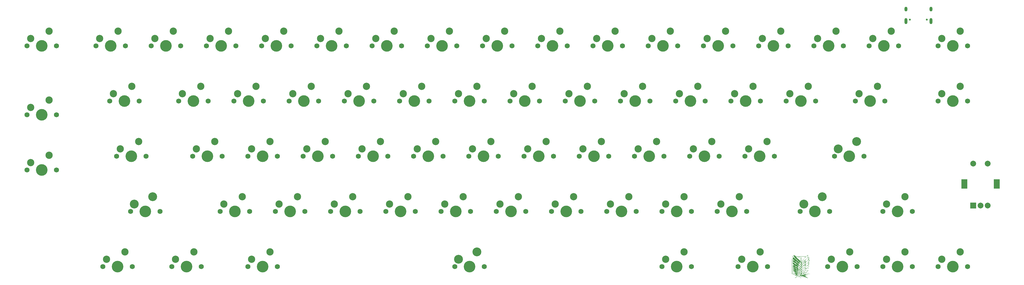
<source format=gbr>
%TF.GenerationSoftware,KiCad,Pcbnew,9.0.2*%
%TF.CreationDate,2025-09-10T16:53:27+09:00*%
%TF.ProjectId,CL70_PCB,434c3730-5f50-4434-922e-6b696361645f,rev?*%
%TF.SameCoordinates,Original*%
%TF.FileFunction,Soldermask,Top*%
%TF.FilePolarity,Negative*%
%FSLAX46Y46*%
G04 Gerber Fmt 4.6, Leading zero omitted, Abs format (unit mm)*
G04 Created by KiCad (PCBNEW 9.0.2) date 2025-09-10 16:53:27*
%MOMM*%
%LPD*%
G01*
G04 APERTURE LIST*
%ADD10C,0.000000*%
%ADD11C,1.750000*%
%ADD12C,4.000000*%
%ADD13C,2.500000*%
%ADD14C,3.050000*%
%ADD15R,2.000000X2.000000*%
%ADD16C,2.000000*%
%ADD17R,2.000000X3.200000*%
%ADD18C,0.650000*%
%ADD19O,1.000000X1.600000*%
%ADD20O,1.000000X2.100000*%
G04 APERTURE END LIST*
D10*
%TO.C,G\u002A\u002A\u002A*%
G36*
X308301542Y-189172936D02*
G01*
X308380034Y-189199379D01*
X308405338Y-189210415D01*
X308499565Y-189253188D01*
X308485810Y-189393260D01*
X308473456Y-189488473D01*
X308458488Y-189542109D01*
X308439594Y-189557018D01*
X308418264Y-189539830D01*
X308391340Y-189498851D01*
X308354667Y-189435700D01*
X308314413Y-189362011D01*
X308276740Y-189289420D01*
X308247816Y-189229561D01*
X308233804Y-189194069D01*
X308233333Y-189190833D01*
X308251138Y-189169916D01*
X308301542Y-189172936D01*
G37*
G36*
X308005585Y-188087701D02*
G01*
X308068518Y-188106583D01*
X308162229Y-188138428D01*
X308281285Y-188180713D01*
X308568205Y-188283649D01*
X308561880Y-188497123D01*
X308557450Y-188599928D01*
X308550614Y-188665555D01*
X308540050Y-188701257D01*
X308524436Y-188714287D01*
X308522222Y-188714664D01*
X308488149Y-188707849D01*
X308424799Y-188686182D01*
X308343167Y-188653610D01*
X308300000Y-188634941D01*
X308111111Y-188551149D01*
X308028780Y-188331130D01*
X307994760Y-188238966D01*
X307967383Y-188162425D01*
X307949970Y-188110937D01*
X307945447Y-188094444D01*
X307949651Y-188083070D01*
X307967830Y-188080343D01*
X308005585Y-188087701D01*
G37*
G36*
X308042127Y-188622293D02*
G01*
X308099936Y-188639261D01*
X308181924Y-188668381D01*
X308279793Y-188706890D01*
X308291178Y-188711583D01*
X308549806Y-188818680D01*
X308535424Y-188959061D01*
X308521913Y-189066262D01*
X308507080Y-189132938D01*
X308489890Y-189163008D01*
X308480955Y-189165631D01*
X308454176Y-189157331D01*
X308399421Y-189136885D01*
X308344444Y-189115108D01*
X308289787Y-189091707D01*
X308249772Y-189067992D01*
X308216802Y-189035341D01*
X308183280Y-188985130D01*
X308141611Y-188908734D01*
X308111632Y-188850807D01*
X308068186Y-188762418D01*
X308035778Y-188688636D01*
X308017982Y-188638153D01*
X308016797Y-188620239D01*
X308042127Y-188622293D01*
G37*
G36*
X307884459Y-187332269D02*
G01*
X307943376Y-187360130D01*
X308027638Y-187402383D01*
X308130396Y-187455605D01*
X308224403Y-187505432D01*
X308566666Y-187688642D01*
X308568366Y-187888765D01*
X308569969Y-187983205D01*
X308572794Y-188064072D01*
X308576336Y-188118533D01*
X308577862Y-188130169D01*
X308578382Y-188180168D01*
X308565180Y-188220078D01*
X308547622Y-188232181D01*
X308523527Y-188222230D01*
X308467707Y-188195816D01*
X308387997Y-188156737D01*
X308292228Y-188108789D01*
X308272463Y-188098787D01*
X308146692Y-188032257D01*
X308054327Y-187974507D01*
X307987562Y-187917672D01*
X307938593Y-187853886D01*
X307899616Y-187775285D01*
X307868897Y-187692088D01*
X307850880Y-187620813D01*
X307839070Y-187538302D01*
X307833810Y-187455897D01*
X307835442Y-187384940D01*
X307844308Y-187336773D01*
X307857736Y-187322222D01*
X307884459Y-187332269D01*
G37*
G36*
X307198596Y-188871562D02*
G01*
X307290142Y-188874912D01*
X307368747Y-188882225D01*
X307446114Y-188895910D01*
X307533946Y-188918374D01*
X307643945Y-188952025D01*
X307736488Y-188982233D01*
X308057176Y-189088277D01*
X308146147Y-189224835D01*
X308196547Y-189298488D01*
X308243899Y-189361439D01*
X308278124Y-189400309D01*
X308278670Y-189400807D01*
X308314667Y-189440693D01*
X308316435Y-189465394D01*
X308282257Y-189475116D01*
X308210412Y-189470065D01*
X308099184Y-189450449D01*
X308015656Y-189432413D01*
X307908019Y-189403303D01*
X307773009Y-189359633D01*
X307623297Y-189306123D01*
X307471553Y-189247492D01*
X307330450Y-189188462D01*
X307212658Y-189133751D01*
X307209110Y-189131971D01*
X307140967Y-189089789D01*
X307074322Y-189035643D01*
X307018135Y-188978613D01*
X306981363Y-188927780D01*
X306972873Y-188892489D01*
X306998030Y-188879313D01*
X307063723Y-188872227D01*
X307171556Y-188871084D01*
X307198596Y-188871562D01*
G37*
G36*
X307518187Y-189416716D02*
G01*
X307520170Y-189416852D01*
X307585549Y-189425020D01*
X307678454Y-189441480D01*
X307790589Y-189464255D01*
X307913661Y-189491367D01*
X308039374Y-189520840D01*
X308159433Y-189550695D01*
X308265542Y-189578955D01*
X308349407Y-189603642D01*
X308402732Y-189622780D01*
X308416324Y-189630486D01*
X308418184Y-189657619D01*
X308408626Y-189715918D01*
X308389642Y-189794173D01*
X308383111Y-189817435D01*
X308333573Y-189988888D01*
X308255675Y-189986116D01*
X308185545Y-189981054D01*
X308099512Y-189971517D01*
X308064491Y-189966733D01*
X307977143Y-189950822D01*
X307891369Y-189930441D01*
X307864491Y-189922595D01*
X307754118Y-189877758D01*
X307644815Y-189816134D01*
X307542846Y-189743421D01*
X307454476Y-189665315D01*
X307385973Y-189587516D01*
X307343600Y-189515719D01*
X307333623Y-189455624D01*
X307336994Y-189442916D01*
X307350399Y-189423866D01*
X307378577Y-189414073D01*
X307431262Y-189412151D01*
X307518187Y-189416716D01*
G37*
G36*
X307999670Y-184938264D02*
G01*
X308046129Y-184981720D01*
X308106593Y-185045585D01*
X308161771Y-185108381D01*
X308294190Y-185255265D01*
X308430056Y-185386719D01*
X308580333Y-185512296D01*
X308755991Y-185641550D01*
X308840118Y-185699330D01*
X308929293Y-185761964D01*
X309001713Y-185817443D01*
X309050880Y-185860443D01*
X309070296Y-185885639D01*
X309070158Y-185887803D01*
X309052764Y-185918930D01*
X309017742Y-185972929D01*
X308971818Y-186040285D01*
X308921717Y-186111480D01*
X308874166Y-186176997D01*
X308835888Y-186227319D01*
X308813610Y-186252929D01*
X308811111Y-186254375D01*
X308788051Y-186243397D01*
X308737803Y-186214870D01*
X308670881Y-186174780D01*
X308665422Y-186171437D01*
X308498607Y-186062905D01*
X308359956Y-185957434D01*
X308235553Y-185843789D01*
X308154991Y-185759395D01*
X308073658Y-185663945D01*
X308016172Y-185577267D01*
X307977338Y-185486642D01*
X307951961Y-185379348D01*
X307934844Y-185242664D01*
X307932246Y-185214042D01*
X307925283Y-185078082D01*
X307931794Y-184984393D01*
X307951776Y-184933008D01*
X307974273Y-184922222D01*
X307999670Y-184938264D01*
G37*
G36*
X311554523Y-189279635D02*
G01*
X311610498Y-189289717D01*
X311631463Y-189314788D01*
X311622121Y-189361610D01*
X311587180Y-189436949D01*
X311579766Y-189451630D01*
X311497923Y-189572270D01*
X311382614Y-189684989D01*
X311244770Y-189779875D01*
X311181769Y-189812501D01*
X311082097Y-189854074D01*
X310972638Y-189891438D01*
X310861202Y-189922956D01*
X310755599Y-189946993D01*
X310663640Y-189961910D01*
X310593134Y-189966071D01*
X310551894Y-189957839D01*
X310544444Y-189946069D01*
X310555061Y-189921949D01*
X310606919Y-189921949D01*
X310681237Y-189908595D01*
X310745029Y-189895629D01*
X310829193Y-189876646D01*
X310885125Y-189863214D01*
X311092624Y-189796204D01*
X311268368Y-189706398D01*
X311409152Y-189595783D01*
X311503362Y-189480007D01*
X311547972Y-189404454D01*
X311563517Y-189357600D01*
X311547843Y-189332774D01*
X311498797Y-189323306D01*
X311452426Y-189322222D01*
X311385409Y-189327386D01*
X311310352Y-189344944D01*
X311216857Y-189377995D01*
X311099634Y-189427386D01*
X311014221Y-189464797D01*
X310950204Y-189494602D01*
X310900842Y-189523240D01*
X310859389Y-189557150D01*
X310819103Y-189602771D01*
X310773240Y-189666542D01*
X310715057Y-189754904D01*
X310647904Y-189858743D01*
X310606919Y-189921949D01*
X310555061Y-189921949D01*
X310555840Y-189920179D01*
X310586787Y-189865432D01*
X310632424Y-189790113D01*
X310682370Y-189711068D01*
X310820295Y-189496663D01*
X311052314Y-189387220D01*
X311156060Y-189339292D01*
X311232826Y-189307831D01*
X311295370Y-189289400D01*
X311356454Y-189280566D01*
X311428836Y-189277893D01*
X311458833Y-189277777D01*
X311554523Y-189279635D01*
G37*
G36*
X311998180Y-188557169D02*
G01*
X312043744Y-188578292D01*
X312055555Y-188606816D01*
X312041250Y-188637405D01*
X312002909Y-188691933D01*
X311947391Y-188762390D01*
X311881556Y-188840766D01*
X311812263Y-188919050D01*
X311746372Y-188989234D01*
X311690743Y-189043307D01*
X311660677Y-189067919D01*
X311626179Y-189086059D01*
X311559540Y-189116297D01*
X311468653Y-189155439D01*
X311361409Y-189200293D01*
X311245702Y-189247666D01*
X311129424Y-189294365D01*
X311020468Y-189337197D01*
X310926726Y-189372970D01*
X310856092Y-189398491D01*
X310816457Y-189410567D01*
X310812298Y-189411111D01*
X310789736Y-189397879D01*
X310788888Y-189393077D01*
X310797621Y-189366890D01*
X310812600Y-189330389D01*
X310879954Y-189330389D01*
X310883551Y-189338091D01*
X310912607Y-189326517D01*
X310975438Y-189301465D01*
X311064539Y-189265929D01*
X311172406Y-189222901D01*
X311255555Y-189189729D01*
X311396655Y-189132246D01*
X311505840Y-189083166D01*
X311592936Y-189035637D01*
X311667772Y-188982807D01*
X311740177Y-188917824D01*
X311819979Y-188833837D01*
X311906780Y-188735727D01*
X312020985Y-188604788D01*
X311899381Y-188615828D01*
X311816581Y-188631856D01*
X311699880Y-188668273D01*
X311547539Y-188725668D01*
X311415315Y-188780100D01*
X311052852Y-188933333D01*
X310954422Y-189141182D01*
X310916562Y-189225295D01*
X310890818Y-189290921D01*
X310879954Y-189330389D01*
X310812600Y-189330389D01*
X310821395Y-189308959D01*
X310856569Y-189227867D01*
X310899156Y-189132966D01*
X311009423Y-188890889D01*
X311271378Y-188784344D01*
X311380595Y-188739458D01*
X311483365Y-188696397D01*
X311568019Y-188660100D01*
X311622222Y-188635823D01*
X311729891Y-188592717D01*
X311833566Y-188564896D01*
X311925558Y-188552875D01*
X311998180Y-188557169D01*
G37*
G36*
X312143286Y-187828678D02*
G01*
X312160040Y-187848119D01*
X312158670Y-187900014D01*
X312127805Y-187975210D01*
X312071328Y-188067657D01*
X311993117Y-188171304D01*
X311897054Y-188280101D01*
X311855989Y-188322222D01*
X311666666Y-188511111D01*
X311320355Y-188627777D01*
X311180696Y-188674467D01*
X311077607Y-188707811D01*
X311005716Y-188729159D01*
X310959646Y-188739861D01*
X310934025Y-188741266D01*
X310923478Y-188734724D01*
X310922150Y-188727777D01*
X310930837Y-188702488D01*
X310950274Y-188655418D01*
X311015528Y-188655418D01*
X311016179Y-188672779D01*
X311016913Y-188672600D01*
X311046849Y-188662273D01*
X311110646Y-188640431D01*
X311200090Y-188609879D01*
X311306970Y-188573426D01*
X311355555Y-188556870D01*
X311666666Y-188450883D01*
X311826078Y-188286671D01*
X311900630Y-188204401D01*
X311973059Y-188114949D01*
X312037283Y-188026943D01*
X312087219Y-187949014D01*
X312116786Y-187889793D01*
X312122222Y-187866457D01*
X312102441Y-187857867D01*
X312049891Y-187859191D01*
X311974756Y-187868936D01*
X311887222Y-187885610D01*
X311797476Y-187907722D01*
X311755555Y-187920161D01*
X311676909Y-187950359D01*
X311576611Y-187996268D01*
X311470829Y-188050257D01*
X311418647Y-188079206D01*
X311215072Y-188195969D01*
X311102227Y-188439156D01*
X311061209Y-188531335D01*
X311031424Y-188605846D01*
X311015528Y-188655418D01*
X310950274Y-188655418D01*
X310954714Y-188644665D01*
X310990424Y-188562163D01*
X311034610Y-188462839D01*
X311048735Y-188431556D01*
X311094838Y-188329531D01*
X311131821Y-188252858D01*
X311166621Y-188194867D01*
X311206171Y-188148886D01*
X311257410Y-188108245D01*
X311327271Y-188066273D01*
X311422692Y-188016298D01*
X311544444Y-187954771D01*
X311664409Y-187901037D01*
X311786308Y-187858659D01*
X311902642Y-187828935D01*
X312005914Y-187813164D01*
X312088628Y-187812646D01*
X312143286Y-187828678D01*
G37*
G36*
X311037366Y-188272922D02*
G01*
X311033792Y-188298088D01*
X311010972Y-188354900D01*
X310972035Y-188436601D01*
X310920108Y-188536433D01*
X310889152Y-188593016D01*
X310721818Y-188893990D01*
X310283131Y-189074885D01*
X310121331Y-189141088D01*
X309996455Y-189190882D01*
X309904687Y-189225620D01*
X309842210Y-189246656D01*
X309805206Y-189255340D01*
X309789859Y-189253026D01*
X309788896Y-189250000D01*
X309796934Y-189228591D01*
X309818857Y-189174220D01*
X309824631Y-189160148D01*
X309884655Y-189160148D01*
X309899872Y-189161654D01*
X309949064Y-189147813D01*
X310025416Y-189120931D01*
X310122112Y-189083310D01*
X310170214Y-189063588D01*
X310287372Y-189015009D01*
X310400049Y-188968603D01*
X310496938Y-188929007D01*
X310566734Y-188900856D01*
X310577777Y-188896483D01*
X310625977Y-188875934D01*
X310663195Y-188853089D01*
X310696194Y-188820098D01*
X310731734Y-188769111D01*
X310776580Y-188692277D01*
X310817600Y-188618050D01*
X310866496Y-188526682D01*
X310905137Y-188450207D01*
X310929704Y-188396499D01*
X310936378Y-188373435D01*
X310936278Y-188373315D01*
X310914220Y-188379552D01*
X310858315Y-188402708D01*
X310774593Y-188440074D01*
X310669083Y-188488940D01*
X310547814Y-188546598D01*
X310509740Y-188564974D01*
X310383648Y-188625442D01*
X310270325Y-188678664D01*
X310176121Y-188721751D01*
X310107385Y-188751810D01*
X310070465Y-188765952D01*
X310066761Y-188766666D01*
X310047342Y-188785984D01*
X310017861Y-188837641D01*
X309983409Y-188912198D01*
X309967918Y-188950000D01*
X309934176Y-189035393D01*
X309906080Y-189106345D01*
X309888064Y-189151662D01*
X309884655Y-189160148D01*
X309824631Y-189160148D01*
X309851391Y-189094924D01*
X309891259Y-188998738D01*
X309894451Y-188991071D01*
X309939793Y-188884101D01*
X309973820Y-188810913D01*
X310001484Y-188763931D01*
X310027738Y-188735575D01*
X310057533Y-188718267D01*
X310077777Y-188710518D01*
X310120609Y-188692631D01*
X310195976Y-188658137D01*
X310296728Y-188610433D01*
X310415714Y-188552918D01*
X310545782Y-188488991D01*
X310586900Y-188468569D01*
X310716717Y-188405199D01*
X310831968Y-188351371D01*
X310926917Y-188309575D01*
X310995827Y-188282305D01*
X311032960Y-188272051D01*
X311037366Y-188272922D01*
G37*
G36*
X311100335Y-187511318D02*
G01*
X311098842Y-187534742D01*
X311082479Y-187591784D01*
X311053700Y-187675134D01*
X311014959Y-187777482D01*
X310990305Y-187839196D01*
X310861639Y-188155555D01*
X310397486Y-188393403D01*
X310265643Y-188460656D01*
X310146936Y-188520625D01*
X310047082Y-188570468D01*
X309971798Y-188607345D01*
X309926801Y-188628414D01*
X309916666Y-188632292D01*
X309900934Y-188615708D01*
X309899615Y-188605555D01*
X309905107Y-188565343D01*
X309911086Y-188538888D01*
X309967047Y-188538888D01*
X309970708Y-188542605D01*
X309985769Y-188539226D01*
X310017001Y-188526546D01*
X310069177Y-188502360D01*
X310147069Y-188464464D01*
X310255448Y-188410652D01*
X310385210Y-188345682D01*
X310507905Y-188283294D01*
X310617549Y-188225965D01*
X310707668Y-188177206D01*
X310771790Y-188140532D01*
X310803442Y-188119455D01*
X310804949Y-188117905D01*
X310820902Y-188089310D01*
X310848301Y-188031682D01*
X310883115Y-187954429D01*
X310921311Y-187866954D01*
X310958857Y-187778665D01*
X310991720Y-187698966D01*
X311015869Y-187637263D01*
X311027270Y-187602963D01*
X311027390Y-187599043D01*
X311007725Y-187608789D01*
X310956553Y-187638272D01*
X310880069Y-187683692D01*
X310784468Y-187741252D01*
X310675944Y-187807153D01*
X310560693Y-187877598D01*
X310444909Y-187948788D01*
X310334787Y-188016924D01*
X310236523Y-188078209D01*
X310156310Y-188128844D01*
X310100345Y-188165031D01*
X310074821Y-188182972D01*
X310074475Y-188183302D01*
X310061783Y-188210347D01*
X310041784Y-188267327D01*
X310018425Y-188341181D01*
X309995651Y-188418849D01*
X309977409Y-188487268D01*
X309967643Y-188533378D01*
X309967047Y-188538888D01*
X309911086Y-188538888D01*
X309920202Y-188498548D01*
X309941858Y-188415619D01*
X309967034Y-188327000D01*
X309992687Y-188243140D01*
X310015777Y-188174485D01*
X310033260Y-188131482D01*
X310040350Y-188122222D01*
X310063767Y-188111092D01*
X310119923Y-188079711D01*
X310203688Y-188031087D01*
X310309931Y-187968233D01*
X310433522Y-187894158D01*
X310569330Y-187811872D01*
X310570744Y-187811011D01*
X310706456Y-187729168D01*
X310829988Y-187656228D01*
X310936236Y-187595080D01*
X311020096Y-187548611D01*
X311076465Y-187519711D01*
X311100239Y-187511266D01*
X311100335Y-187511318D01*
G37*
G36*
X306872222Y-187622114D02*
G01*
X306912088Y-187631451D01*
X306982525Y-187641938D01*
X307069769Y-187651592D01*
X307088888Y-187653323D01*
X307173802Y-187662047D01*
X307237331Y-187674454D01*
X307293641Y-187696061D01*
X307356896Y-187732380D01*
X307441263Y-187788928D01*
X307446555Y-187792568D01*
X307539568Y-187852166D01*
X307634607Y-187905784D01*
X307716120Y-187944890D01*
X307742520Y-187954916D01*
X307826663Y-187991587D01*
X307874244Y-188032269D01*
X307879089Y-188041179D01*
X307894979Y-188088963D01*
X307914204Y-188162235D01*
X307934444Y-188249810D01*
X307953380Y-188340504D01*
X307968693Y-188423132D01*
X307978062Y-188486509D01*
X307979169Y-188519451D01*
X307978577Y-188520928D01*
X307951282Y-188528026D01*
X307894751Y-188523892D01*
X307822147Y-188510618D01*
X307746635Y-188490298D01*
X307713584Y-188478795D01*
X307665810Y-188464533D01*
X307639623Y-188464098D01*
X307639409Y-188464293D01*
X307653356Y-188475271D01*
X307699634Y-188493924D01*
X307759158Y-188513390D01*
X307832600Y-188538067D01*
X307889885Y-188561904D01*
X307914019Y-188576252D01*
X307931757Y-188604620D01*
X307960917Y-188662554D01*
X307996411Y-188738589D01*
X308033151Y-188821258D01*
X308066047Y-188899095D01*
X308090013Y-188960633D01*
X308099959Y-188994406D01*
X308100000Y-188995358D01*
X308096155Y-189004681D01*
X308079672Y-189007753D01*
X308043125Y-189003686D01*
X307979087Y-188991589D01*
X307880134Y-188970572D01*
X307864073Y-188967085D01*
X307716857Y-188931141D01*
X307565613Y-188887305D01*
X307419533Y-188838862D01*
X307287807Y-188789098D01*
X307179625Y-188741298D01*
X307104176Y-188698747D01*
X307095176Y-188692203D01*
X307014269Y-188619544D01*
X306946301Y-188538597D01*
X306895268Y-188457025D01*
X306865167Y-188382493D01*
X306859992Y-188322666D01*
X306883177Y-188285551D01*
X306918147Y-188277839D01*
X306983401Y-188273969D01*
X307064882Y-188274770D01*
X307065731Y-188274805D01*
X307156459Y-188282312D01*
X307236233Y-188299806D01*
X307322856Y-188332258D01*
X307400842Y-188368343D01*
X307501631Y-188415816D01*
X307566951Y-188443762D01*
X307595891Y-188452135D01*
X307587543Y-188440888D01*
X307540997Y-188409976D01*
X307477656Y-188372222D01*
X307375492Y-188302953D01*
X307261811Y-188209761D01*
X307146780Y-188102575D01*
X307040567Y-187991328D01*
X306953337Y-187885950D01*
X306903232Y-187811111D01*
X306856809Y-187720265D01*
X306835407Y-187656409D01*
X306839493Y-187622395D01*
X306869534Y-187621071D01*
X306872222Y-187622114D01*
G37*
G36*
X307054990Y-183297085D02*
G01*
X307106900Y-183321338D01*
X307167087Y-183355815D01*
X307256517Y-183404181D01*
X307355197Y-183447616D01*
X307410780Y-183467096D01*
X307482566Y-183488553D01*
X307538665Y-183505394D01*
X307560509Y-183512011D01*
X307586948Y-183532817D01*
X307630398Y-183579452D01*
X307681563Y-183641920D01*
X307682731Y-183643431D01*
X307777777Y-183766497D01*
X308400000Y-183764898D01*
X308549845Y-183764240D01*
X308736632Y-183762980D01*
X308952863Y-183761191D01*
X309191041Y-183758948D01*
X309443667Y-183756324D01*
X309703244Y-183753395D01*
X309962275Y-183750234D01*
X310205026Y-183747029D01*
X311387830Y-183730759D01*
X311549470Y-183574992D01*
X311645110Y-183489890D01*
X311739122Y-183418802D01*
X311824477Y-183365979D01*
X311894146Y-183335672D01*
X311941099Y-183332130D01*
X311946738Y-183334750D01*
X311956852Y-183362763D01*
X311960838Y-183421382D01*
X311959284Y-183497280D01*
X311952779Y-183577132D01*
X311941911Y-183647610D01*
X311931200Y-183686433D01*
X311930865Y-183699796D01*
X311945685Y-183709558D01*
X311981653Y-183716464D01*
X312044761Y-183721259D01*
X312141003Y-183724688D01*
X312258960Y-183727187D01*
X312600000Y-183733333D01*
X312605862Y-186741798D01*
X312606616Y-187211859D01*
X312606977Y-187644581D01*
X312606948Y-188039313D01*
X312606532Y-188395408D01*
X312605734Y-188712214D01*
X312604556Y-188989085D01*
X312603002Y-189225369D01*
X312601075Y-189420419D01*
X312598779Y-189573585D01*
X312596117Y-189684218D01*
X312593092Y-189751669D01*
X312589912Y-189775131D01*
X312565774Y-189790304D01*
X312506256Y-189822953D01*
X312415785Y-189870784D01*
X312298788Y-189931504D01*
X312159691Y-190002819D01*
X312002920Y-190082436D01*
X311832902Y-190168062D01*
X311791343Y-190188888D01*
X311619907Y-190274986D01*
X311461550Y-190355029D01*
X311320539Y-190426822D01*
X311201143Y-190488169D01*
X311107628Y-190536874D01*
X311044263Y-190570741D01*
X311015315Y-190587575D01*
X311013952Y-190588888D01*
X311031641Y-190603566D01*
X311081472Y-190638351D01*
X311158009Y-190689618D01*
X311255816Y-190753744D01*
X311369457Y-190827103D01*
X311413949Y-190855555D01*
X311558066Y-190948675D01*
X311668065Y-191023038D01*
X311748206Y-191082303D01*
X311802750Y-191130129D01*
X311835956Y-191170173D01*
X311852084Y-191206095D01*
X311855555Y-191234779D01*
X311851603Y-191246461D01*
X311837008Y-191251405D01*
X311807660Y-191248343D01*
X311759449Y-191236005D01*
X311688267Y-191213122D01*
X311590004Y-191178426D01*
X311460551Y-191130646D01*
X311295798Y-191068514D01*
X311203266Y-191033333D01*
X311050559Y-190975630D01*
X310910492Y-190923571D01*
X310788689Y-190879177D01*
X310690772Y-190844469D01*
X310622363Y-190821467D01*
X310589085Y-190812193D01*
X310587665Y-190812099D01*
X310559657Y-190822062D01*
X310497868Y-190849550D01*
X310408067Y-190891814D01*
X310296024Y-190946104D01*
X310167507Y-191009669D01*
X310062041Y-191062655D01*
X309568526Y-191312221D01*
X309047482Y-191051518D01*
X308526438Y-190790815D01*
X308029885Y-191011884D01*
X307891667Y-191073136D01*
X307766890Y-191127889D01*
X307661289Y-191173672D01*
X307580597Y-191208012D01*
X307530549Y-191228438D01*
X307516666Y-191233143D01*
X307499755Y-191219361D01*
X307506937Y-191188400D01*
X307533447Y-191156885D01*
X307539770Y-191152520D01*
X307567297Y-191131601D01*
X307621336Y-191087717D01*
X307635511Y-191075973D01*
X307719790Y-191075973D01*
X307731400Y-191074305D01*
X307762142Y-191063578D01*
X307815253Y-191042446D01*
X307893970Y-191009566D01*
X308001530Y-190963593D01*
X308141170Y-190903184D01*
X308316128Y-190826995D01*
X308449099Y-190768908D01*
X308460121Y-190764089D01*
X308611111Y-190764089D01*
X308629866Y-190776369D01*
X308681722Y-190805190D01*
X308760059Y-190847146D01*
X308858259Y-190898834D01*
X308969705Y-190956850D01*
X309087779Y-191017787D01*
X309205861Y-191078242D01*
X309317335Y-191134810D01*
X309415583Y-191184086D01*
X309493986Y-191222667D01*
X309545925Y-191247146D01*
X309563983Y-191254290D01*
X309585295Y-191244977D01*
X309640546Y-191218156D01*
X309724141Y-191176619D01*
X309830480Y-191123161D01*
X309953967Y-191060574D01*
X310036205Y-191018656D01*
X310167123Y-190951190D01*
X310283723Y-190889960D01*
X310380511Y-190837947D01*
X310451990Y-190798130D01*
X310492663Y-190773492D01*
X310500000Y-190767159D01*
X310480631Y-190753231D01*
X310430446Y-190732113D01*
X310376444Y-190713613D01*
X310308778Y-190687805D01*
X310268404Y-190663167D01*
X310261468Y-190648928D01*
X310285505Y-190635817D01*
X310344063Y-190619044D01*
X310427538Y-190600267D01*
X310526327Y-190581148D01*
X310630824Y-190563345D01*
X310731428Y-190548518D01*
X310818533Y-190538326D01*
X310882536Y-190534430D01*
X310910221Y-190536821D01*
X310939758Y-190532181D01*
X311001982Y-190509444D01*
X311098040Y-190468086D01*
X311229079Y-190407583D01*
X311396247Y-190327411D01*
X311600689Y-190227044D01*
X311749110Y-190153225D01*
X312544444Y-189756049D01*
X312544444Y-186760110D01*
X312544444Y-183764172D01*
X312220148Y-183770975D01*
X311895853Y-183777777D01*
X311843423Y-183906743D01*
X311790993Y-184035709D01*
X312035387Y-184031819D01*
X312135247Y-184031366D01*
X312217900Y-184033127D01*
X312273730Y-184036763D01*
X312292816Y-184040965D01*
X312296307Y-184065927D01*
X312299134Y-184129062D01*
X312301192Y-184224102D01*
X312302373Y-184344778D01*
X312302573Y-184484821D01*
X312302093Y-184587877D01*
X312298335Y-185121755D01*
X312358555Y-185098859D01*
X312427740Y-185082773D01*
X312466350Y-185098776D01*
X312474392Y-185146915D01*
X312451869Y-185227232D01*
X312398786Y-185339773D01*
X312386307Y-185362871D01*
X312294837Y-185529534D01*
X312301165Y-185798100D01*
X312303524Y-185940275D01*
X312304672Y-186102065D01*
X312304492Y-186258654D01*
X312303747Y-186336185D01*
X312300000Y-186605705D01*
X312157258Y-186596373D01*
X312014517Y-186587041D01*
X311948734Y-186682409D01*
X311900684Y-186747034D01*
X311853851Y-186802165D01*
X311835919Y-186820110D01*
X311801552Y-186857875D01*
X311788888Y-186883849D01*
X311810223Y-186892315D01*
X311870923Y-186897278D01*
X311966028Y-186898518D01*
X312072222Y-186896419D01*
X312355555Y-186887583D01*
X312349580Y-188210458D01*
X312348334Y-188449385D01*
X312346833Y-188675385D01*
X312345126Y-188884488D01*
X312343260Y-189072727D01*
X312341282Y-189236135D01*
X312339240Y-189370744D01*
X312337183Y-189472586D01*
X312335157Y-189537694D01*
X312333318Y-189561872D01*
X312311228Y-189579100D01*
X312254560Y-189612450D01*
X312168878Y-189658958D01*
X312059743Y-189715662D01*
X311932717Y-189779598D01*
X311828183Y-189830938D01*
X311673375Y-189907514D01*
X311540113Y-189976096D01*
X311432714Y-190034313D01*
X311355497Y-190079795D01*
X311312781Y-190110172D01*
X311306480Y-190117283D01*
X311264468Y-190165244D01*
X311192483Y-190224277D01*
X311101137Y-190287339D01*
X311001043Y-190347388D01*
X310902812Y-190397380D01*
X310853177Y-190418130D01*
X310760019Y-190450183D01*
X310645347Y-190485369D01*
X310531007Y-190517052D01*
X310509069Y-190522643D01*
X310345345Y-190574823D01*
X310149896Y-190657353D01*
X310000000Y-190730264D01*
X309892521Y-190784849D01*
X309799068Y-190832236D01*
X309726790Y-190868807D01*
X309682836Y-190890941D01*
X309673145Y-190895734D01*
X309665278Y-190878748D01*
X309657923Y-190827095D01*
X309652305Y-190750550D01*
X309650923Y-190718210D01*
X309644444Y-190533333D01*
X309550000Y-190526500D01*
X309455555Y-190519666D01*
X309455555Y-190720944D01*
X309454745Y-190809331D01*
X309452575Y-190877958D01*
X309449434Y-190916938D01*
X309447633Y-190922222D01*
X309425828Y-190913161D01*
X309371437Y-190888292D01*
X309291920Y-190851085D01*
X309194735Y-190805009D01*
X309160977Y-190788888D01*
X309057904Y-190740434D01*
X308968173Y-190699846D01*
X308899853Y-190670656D01*
X308861011Y-190656395D01*
X308856352Y-190655555D01*
X308820848Y-190663775D01*
X308765069Y-190684329D01*
X308702935Y-190711057D01*
X308648366Y-190737797D01*
X308615282Y-190758390D01*
X308611111Y-190764089D01*
X308460121Y-190764089D01*
X308802636Y-190614338D01*
X308933333Y-190614338D01*
X309144444Y-190722706D01*
X309233869Y-190767438D01*
X309310124Y-190803413D01*
X309363711Y-190826278D01*
X309383333Y-190832204D01*
X309399546Y-190816560D01*
X309408537Y-190765132D01*
X309411111Y-190681344D01*
X309409777Y-190599906D01*
X309403361Y-190551325D01*
X309388239Y-190524035D01*
X309360787Y-190506474D01*
X309355555Y-190504043D01*
X309311161Y-190475048D01*
X309305596Y-190441386D01*
X309338943Y-190395855D01*
X309356996Y-190378388D01*
X309396717Y-190329584D01*
X309397500Y-190325753D01*
X309455555Y-190325753D01*
X309527777Y-190310310D01*
X309586523Y-190292989D01*
X309627417Y-190272777D01*
X309627777Y-190272490D01*
X309652865Y-190233357D01*
X309655555Y-190217028D01*
X309645579Y-190196082D01*
X309608887Y-190193645D01*
X309577777Y-190198533D01*
X309527969Y-190204362D01*
X309505377Y-190194192D01*
X309509589Y-190162312D01*
X309528026Y-190126579D01*
X309589035Y-190126579D01*
X309608068Y-190129357D01*
X309657336Y-190120318D01*
X309705555Y-190107375D01*
X309772273Y-190087580D01*
X309868924Y-190058944D01*
X309982819Y-190025227D01*
X310101269Y-189990186D01*
X310107169Y-189988441D01*
X310212433Y-189956885D01*
X310300962Y-189929531D01*
X310364742Y-189908919D01*
X310395760Y-189897584D01*
X310397434Y-189896534D01*
X310412156Y-189875927D01*
X310445444Y-189829530D01*
X310487368Y-189771177D01*
X310529160Y-189709939D01*
X310556243Y-189664150D01*
X310562741Y-189644222D01*
X310540280Y-189649243D01*
X310482707Y-189668515D01*
X310396183Y-189699793D01*
X310286864Y-189740834D01*
X310160912Y-189789392D01*
X310114502Y-189807566D01*
X309963031Y-189867805D01*
X309847817Y-189915537D01*
X309763361Y-189953477D01*
X309704164Y-189984341D01*
X309664726Y-190010844D01*
X309639549Y-190035700D01*
X309632344Y-190045632D01*
X309603422Y-190093448D01*
X309589304Y-190124520D01*
X309589035Y-190126579D01*
X309528026Y-190126579D01*
X309540189Y-190103007D01*
X309567555Y-190057541D01*
X309600414Y-190000921D01*
X309619947Y-189953104D01*
X309629041Y-189899768D01*
X309630583Y-189826593D01*
X309628667Y-189754427D01*
X309628210Y-189740726D01*
X309716687Y-189740726D01*
X309717911Y-189744444D01*
X309742584Y-189736809D01*
X309802236Y-189715500D01*
X309890408Y-189682911D01*
X310000639Y-189641434D01*
X310126470Y-189593463D01*
X310155804Y-189582199D01*
X310577777Y-189419954D01*
X310664186Y-189270459D01*
X310703884Y-189199026D01*
X310731560Y-189143848D01*
X310742380Y-189114727D01*
X310741963Y-189112732D01*
X310720275Y-189117970D01*
X310664185Y-189135839D01*
X310581044Y-189163738D01*
X310478204Y-189199071D01*
X310363017Y-189239238D01*
X310242835Y-189281641D01*
X310125009Y-189323682D01*
X310016891Y-189362763D01*
X309925834Y-189396285D01*
X309859188Y-189421649D01*
X309824306Y-189436258D01*
X309821093Y-189438196D01*
X309806965Y-189464748D01*
X309785932Y-189517453D01*
X309762192Y-189583857D01*
X309739941Y-189651506D01*
X309723373Y-189707947D01*
X309716687Y-189740726D01*
X309628210Y-189740726D01*
X309622222Y-189561105D01*
X309538888Y-189711259D01*
X309489924Y-189803562D01*
X309463741Y-189865302D01*
X309458654Y-189903020D01*
X309472976Y-189923254D01*
X309483071Y-189927690D01*
X309499148Y-189943049D01*
X309491048Y-189978813D01*
X309483071Y-189997254D01*
X309467920Y-190052810D01*
X309457926Y-190132210D01*
X309455555Y-190191700D01*
X309455555Y-190325753D01*
X309397500Y-190325753D01*
X309408396Y-190272443D01*
X309406996Y-190240560D01*
X309402975Y-190191700D01*
X309400000Y-190155555D01*
X309300038Y-190326519D01*
X309249100Y-190410679D01*
X309208336Y-190466278D01*
X309166944Y-190503938D01*
X309114119Y-190534280D01*
X309066705Y-190555911D01*
X308933333Y-190614338D01*
X308802636Y-190614338D01*
X309155555Y-190460038D01*
X309283333Y-190244760D01*
X309334261Y-190158302D01*
X309375553Y-190086961D01*
X309402643Y-190038707D01*
X309411111Y-190021642D01*
X309392012Y-190028798D01*
X309338209Y-190052986D01*
X309254937Y-190091747D01*
X309147435Y-190142622D01*
X309020939Y-190203151D01*
X308890559Y-190266089D01*
X308370008Y-190518374D01*
X308051670Y-190790222D01*
X307951363Y-190875877D01*
X307863043Y-190951292D01*
X307792126Y-191011841D01*
X307744028Y-191052900D01*
X307724167Y-191069845D01*
X307724074Y-191069923D01*
X307719790Y-191075973D01*
X307635511Y-191075973D01*
X307694725Y-191026916D01*
X307780303Y-190955244D01*
X307870912Y-190878745D01*
X307959389Y-190803466D01*
X308038574Y-190735453D01*
X308101308Y-190680752D01*
X308140429Y-190645408D01*
X308140880Y-190644979D01*
X308142225Y-190634816D01*
X308128034Y-190618615D01*
X308095283Y-190594673D01*
X308040948Y-190561285D01*
X307962004Y-190516746D01*
X307855428Y-190459353D01*
X307718195Y-190387400D01*
X307547282Y-190299184D01*
X307339665Y-190193000D01*
X307332311Y-190189250D01*
X307153140Y-190098160D01*
X306985642Y-190013494D01*
X306834082Y-189937372D01*
X306702728Y-189871915D01*
X306595843Y-189819243D01*
X306517695Y-189781476D01*
X306472548Y-189760735D01*
X306463428Y-189757366D01*
X306423895Y-189739395D01*
X306416441Y-189731997D01*
X306413581Y-189706423D01*
X306412993Y-189688888D01*
X306466946Y-189688888D01*
X307333473Y-190126649D01*
X307515559Y-190218389D01*
X307685743Y-190303655D01*
X307839861Y-190380394D01*
X307973752Y-190446558D01*
X308083253Y-190500096D01*
X308164203Y-190538956D01*
X308212439Y-190561090D01*
X308224333Y-190565538D01*
X308256178Y-190551395D01*
X308288375Y-190522789D01*
X308334604Y-190483844D01*
X308369597Y-190465736D01*
X308406603Y-190445057D01*
X308405231Y-190421694D01*
X308371222Y-190398334D01*
X308310318Y-190377660D01*
X308292386Y-190374316D01*
X308426168Y-190374316D01*
X308443423Y-190384321D01*
X308470561Y-190385285D01*
X308512410Y-190375405D01*
X308573796Y-190352876D01*
X308659548Y-190315892D01*
X308774493Y-190262649D01*
X308923459Y-190191342D01*
X308950467Y-190178283D01*
X309078560Y-190115728D01*
X309192768Y-190058878D01*
X309287128Y-190010791D01*
X309355675Y-189974524D01*
X309392445Y-189953133D01*
X309396909Y-189949445D01*
X309397266Y-189916517D01*
X309392978Y-189908112D01*
X309368485Y-189910173D01*
X309307722Y-189931811D01*
X309213667Y-189971745D01*
X309089296Y-190028696D01*
X308937586Y-190101382D01*
X308894687Y-190122379D01*
X308761379Y-190188733D01*
X308643351Y-190249127D01*
X308545842Y-190300742D01*
X308474094Y-190340759D01*
X308433345Y-190366363D01*
X308426168Y-190374316D01*
X308292386Y-190374316D01*
X308228260Y-190362358D01*
X308133159Y-190355168D01*
X307989424Y-190340338D01*
X307876475Y-190306628D01*
X307785319Y-190257617D01*
X307705159Y-190198819D01*
X307644938Y-190138281D01*
X307613600Y-190084047D01*
X307611111Y-190067909D01*
X307606351Y-190048816D01*
X307588819Y-190027931D01*
X307553634Y-190002381D01*
X307495913Y-189969296D01*
X307410778Y-189925803D01*
X307293346Y-189869032D01*
X307190073Y-189820211D01*
X307063425Y-189759431D01*
X306950657Y-189702978D01*
X306857970Y-189654149D01*
X306791567Y-189616241D01*
X306757649Y-189592549D01*
X306754808Y-189588888D01*
X306752041Y-189561187D01*
X306749036Y-189493023D01*
X306745871Y-189388375D01*
X306742625Y-189251223D01*
X306739376Y-189085547D01*
X306736203Y-188895328D01*
X306733183Y-188684545D01*
X306730395Y-188457177D01*
X306728024Y-188228568D01*
X306725458Y-187933128D01*
X306723781Y-187679673D01*
X306723016Y-187465754D01*
X306723189Y-187288920D01*
X306724151Y-187168344D01*
X306778056Y-187168344D01*
X306778115Y-187267979D01*
X306778511Y-187399999D01*
X306779227Y-187560386D01*
X306780247Y-187745121D01*
X306781552Y-187950185D01*
X306783127Y-188171559D01*
X306784300Y-188323940D01*
X306794087Y-189558991D01*
X307253464Y-189787847D01*
X307404126Y-189862391D01*
X307520772Y-189918614D01*
X307608822Y-189958697D01*
X307673695Y-189984817D01*
X307720809Y-189999154D01*
X307755583Y-190003887D01*
X307783437Y-190001196D01*
X307783803Y-190001116D01*
X307840447Y-189996764D01*
X307923840Y-189999773D01*
X308017020Y-190009461D01*
X308027382Y-190010941D01*
X308142433Y-190027648D01*
X308220534Y-190040640D01*
X308268455Y-190054186D01*
X308292967Y-190072554D01*
X308300843Y-190100016D01*
X308298851Y-190140839D01*
X308295199Y-190179807D01*
X308292080Y-190256040D01*
X308299981Y-190299970D01*
X308320316Y-190322484D01*
X308355633Y-190340227D01*
X308366666Y-190343495D01*
X308378684Y-190324296D01*
X308401369Y-190272630D01*
X308406397Y-190259825D01*
X308459480Y-190259825D01*
X308476330Y-190255179D01*
X308526427Y-190234118D01*
X308603113Y-190199795D01*
X308699727Y-190155361D01*
X308809612Y-190103966D01*
X308926108Y-190048763D01*
X309042556Y-189992903D01*
X309152297Y-189939536D01*
X309248671Y-189891815D01*
X309325021Y-189852890D01*
X309366666Y-189830507D01*
X309439022Y-189768934D01*
X309509614Y-189668515D01*
X309517537Y-189654487D01*
X309552227Y-189588707D01*
X309574034Y-189541347D01*
X309578441Y-189522258D01*
X309578167Y-189522222D01*
X309562614Y-189527240D01*
X309525206Y-189543216D01*
X309462990Y-189571530D01*
X309373015Y-189613562D01*
X309252329Y-189670694D01*
X309097979Y-189744306D01*
X308907016Y-189835778D01*
X308877777Y-189849806D01*
X308555555Y-190004434D01*
X308511111Y-190123818D01*
X308485689Y-190191667D01*
X308466521Y-190242027D01*
X308459480Y-190259825D01*
X308406397Y-190259825D01*
X308430686Y-190197972D01*
X308444444Y-190160837D01*
X308511111Y-189977777D01*
X308942966Y-189765544D01*
X309070294Y-189702000D01*
X309183557Y-189643627D01*
X309276823Y-189593633D01*
X309344159Y-189555230D01*
X309379632Y-189531626D01*
X309383531Y-189527184D01*
X309368012Y-189525888D01*
X309316575Y-189543039D01*
X309232955Y-189577015D01*
X309120890Y-189626196D01*
X308984117Y-189688960D01*
X308826372Y-189763687D01*
X308722222Y-189814073D01*
X308643940Y-189849421D01*
X308580738Y-189872758D01*
X308543015Y-189880432D01*
X308537849Y-189878831D01*
X308534245Y-189850505D01*
X308542160Y-189793450D01*
X308593727Y-189793450D01*
X308594934Y-189811111D01*
X308616727Y-189802089D01*
X308673135Y-189776744D01*
X308758551Y-189737650D01*
X308867364Y-189687386D01*
X308993967Y-189628527D01*
X309090876Y-189583263D01*
X309282790Y-189493456D01*
X309455555Y-189493456D01*
X309466143Y-189507134D01*
X309502331Y-189497715D01*
X309544444Y-189477777D01*
X309598005Y-189446027D01*
X309629666Y-189418706D01*
X309633333Y-189410659D01*
X309629790Y-189393544D01*
X309612427Y-189392440D01*
X309571142Y-189408943D01*
X309534087Y-189426338D01*
X309483818Y-189457228D01*
X309456953Y-189487218D01*
X309455555Y-189493456D01*
X309282790Y-189493456D01*
X309577777Y-189355415D01*
X309670911Y-189166596D01*
X309711398Y-189083209D01*
X309743290Y-189015055D01*
X309762148Y-188971749D01*
X309765355Y-188962017D01*
X309747480Y-188968962D01*
X309696290Y-188996273D01*
X309616468Y-189041262D01*
X309512698Y-189101242D01*
X309389664Y-189173525D01*
X309252048Y-189255425D01*
X309209762Y-189280783D01*
X309026300Y-189392312D01*
X308876458Y-189486244D01*
X308761468Y-189561758D01*
X308682560Y-189618036D01*
X308640967Y-189654260D01*
X308634952Y-189663210D01*
X308607573Y-189741769D01*
X308593727Y-189793450D01*
X308542160Y-189793450D01*
X308542257Y-189792751D01*
X308558498Y-189724404D01*
X308596855Y-189586444D01*
X308992871Y-189348875D01*
X309145168Y-189255877D01*
X309259413Y-189182342D01*
X309337016Y-189127288D01*
X309379385Y-189089729D01*
X309388888Y-189072319D01*
X309383537Y-189039223D01*
X309378657Y-189034400D01*
X309433333Y-189034400D01*
X309435734Y-189064997D01*
X309448746Y-189074130D01*
X309481081Y-189060825D01*
X309541451Y-189024110D01*
X309544886Y-189021943D01*
X309605477Y-188975285D01*
X309631105Y-188930544D01*
X309633333Y-188909764D01*
X309633333Y-188853420D01*
X309533333Y-188922222D01*
X309469944Y-188974092D01*
X309436587Y-189019646D01*
X309433333Y-189034400D01*
X309378657Y-189034400D01*
X309377578Y-189033333D01*
X309356242Y-189044789D01*
X309303509Y-189076700D01*
X309225299Y-189125379D01*
X309127530Y-189187137D01*
X309016123Y-189258288D01*
X309005356Y-189265203D01*
X308893004Y-189336184D01*
X308793435Y-189396808D01*
X308712589Y-189443645D01*
X308656405Y-189473266D01*
X308630822Y-189482240D01*
X308630175Y-189481870D01*
X308627616Y-189456705D01*
X308629428Y-189412774D01*
X308676026Y-189412774D01*
X308760235Y-189359510D01*
X308804603Y-189331263D01*
X308879170Y-189283588D01*
X308976747Y-189221088D01*
X309090149Y-189148369D01*
X309212186Y-189070033D01*
X309233333Y-189056451D01*
X309350669Y-188980869D01*
X309455360Y-188913029D01*
X309541600Y-188856724D01*
X309603585Y-188815748D01*
X309635511Y-188793898D01*
X309638231Y-188791762D01*
X309650657Y-188765487D01*
X309671916Y-188705865D01*
X309698804Y-188622331D01*
X309722399Y-188543990D01*
X309751217Y-188446049D01*
X309776145Y-188362287D01*
X309794118Y-188302948D01*
X309801343Y-188280190D01*
X309805159Y-188269708D01*
X309806437Y-188262850D01*
X309801848Y-188262299D01*
X309788064Y-188270740D01*
X309761756Y-188290857D01*
X309719596Y-188325334D01*
X309658256Y-188376856D01*
X309574407Y-188448108D01*
X309464720Y-188541773D01*
X309325868Y-188660536D01*
X309262098Y-188715085D01*
X309137219Y-188821687D01*
X309021745Y-188919858D01*
X308920454Y-189005565D01*
X308838126Y-189074779D01*
X308779541Y-189123468D01*
X308749477Y-189147599D01*
X308748348Y-189148419D01*
X308715111Y-189196461D01*
X308693146Y-189283282D01*
X308691459Y-189295276D01*
X308676026Y-189412774D01*
X308629428Y-189412774D01*
X308629878Y-189401876D01*
X308635600Y-189331046D01*
X308643424Y-189257878D01*
X308651989Y-189196036D01*
X308659937Y-189159184D01*
X308662755Y-189154447D01*
X308680047Y-189140271D01*
X308726201Y-189101481D01*
X308796243Y-189042285D01*
X308885200Y-188966888D01*
X308988099Y-188879497D01*
X309027777Y-188845756D01*
X309164734Y-188727455D01*
X309267726Y-188634304D01*
X309338328Y-188564764D01*
X309378115Y-188517295D01*
X309388888Y-188492712D01*
X309385847Y-188467453D01*
X309371191Y-188467728D01*
X309336620Y-188496047D01*
X309316666Y-188514559D01*
X309153189Y-188667602D01*
X309019078Y-188792516D01*
X308911509Y-188891815D01*
X308827656Y-188968012D01*
X308764695Y-189023623D01*
X308719801Y-189061161D01*
X308690148Y-189083140D01*
X308672911Y-189092074D01*
X308667468Y-189092262D01*
X308656591Y-189086716D01*
X308650455Y-189074139D01*
X308649007Y-189046328D01*
X308650603Y-189020677D01*
X308699681Y-189020677D01*
X308794285Y-188931338D01*
X308837361Y-188890607D01*
X308906817Y-188824871D01*
X308996772Y-188739697D01*
X309101349Y-188640652D01*
X309214668Y-188533303D01*
X309283186Y-188468383D01*
X309302523Y-188450060D01*
X309433333Y-188450060D01*
X309435395Y-188477358D01*
X309446898Y-188483338D01*
X309475812Y-188465492D01*
X309530110Y-188421315D01*
X309533333Y-188418622D01*
X309601698Y-188351198D01*
X309632004Y-188295901D01*
X309633333Y-188284183D01*
X309629178Y-188246727D01*
X309612922Y-188237841D01*
X309578880Y-188259067D01*
X309521367Y-188311952D01*
X309517603Y-188315621D01*
X309463802Y-188378675D01*
X309435629Y-188434375D01*
X309433333Y-188450060D01*
X309302523Y-188450060D01*
X309530102Y-188234418D01*
X309677777Y-188234418D01*
X309680404Y-188260081D01*
X309694076Y-188263215D01*
X309727481Y-188241631D01*
X309765011Y-188212422D01*
X309818830Y-188175735D01*
X309856162Y-188161719D01*
X309865922Y-188165462D01*
X309864535Y-188193193D01*
X309852024Y-188255916D01*
X309830179Y-188346096D01*
X309800796Y-188456200D01*
X309775706Y-188544518D01*
X309742026Y-188663602D01*
X309714518Y-188767458D01*
X309694965Y-188848778D01*
X309685155Y-188900258D01*
X309685213Y-188914842D01*
X309710900Y-188913364D01*
X309754759Y-188891434D01*
X309757237Y-188889830D01*
X309802735Y-188868485D01*
X309832628Y-188869402D01*
X309833414Y-188870153D01*
X309832956Y-188897610D01*
X309816604Y-188954710D01*
X309787592Y-189030977D01*
X309773902Y-189062848D01*
X309733951Y-189158113D01*
X309709470Y-189235234D01*
X309697466Y-189310878D01*
X309694950Y-189401713D01*
X309697452Y-189488888D01*
X309701848Y-189600000D01*
X309741265Y-189488913D01*
X309778377Y-189408512D01*
X309817050Y-189371558D01*
X309823674Y-189369670D01*
X309856645Y-189359943D01*
X309924608Y-189337341D01*
X310020795Y-189304205D01*
X310138440Y-189262876D01*
X310270776Y-189215694D01*
X310321552Y-189197423D01*
X310456427Y-189149224D01*
X310578049Y-189106623D01*
X310679924Y-189071825D01*
X310755558Y-189047033D01*
X310798458Y-189034453D01*
X310804886Y-189033333D01*
X310824930Y-189038295D01*
X310829774Y-189057038D01*
X310817438Y-189095344D01*
X310785943Y-189158997D01*
X310733306Y-189253779D01*
X310723520Y-189270942D01*
X310613707Y-189463120D01*
X310162409Y-189634795D01*
X310013351Y-189691872D01*
X309900835Y-189736195D01*
X309819684Y-189770333D01*
X309764720Y-189796854D01*
X309730767Y-189818326D01*
X309712646Y-189837317D01*
X309705180Y-189856395D01*
X309704304Y-189862019D01*
X309703410Y-189879347D01*
X309708955Y-189890024D01*
X309725860Y-189892651D01*
X309759043Y-189885835D01*
X309813423Y-189868178D01*
X309893920Y-189838286D01*
X310005453Y-189794761D01*
X310152941Y-189736209D01*
X310166009Y-189731005D01*
X310301604Y-189677376D01*
X310423714Y-189629775D01*
X310526185Y-189590543D01*
X310602868Y-189562022D01*
X310647609Y-189546553D01*
X310656149Y-189544444D01*
X310673775Y-189551271D01*
X310672376Y-189574911D01*
X310649690Y-189620107D01*
X310603452Y-189691596D01*
X310548123Y-189770712D01*
X310418468Y-189952825D01*
X310064790Y-190055319D01*
X309933020Y-190094053D01*
X309838062Y-190123762D01*
X309773825Y-190147034D01*
X309734222Y-190166457D01*
X309713161Y-190184619D01*
X309704554Y-190204107D01*
X309703738Y-190208759D01*
X309704995Y-190245481D01*
X309729961Y-190249570D01*
X309737071Y-190247659D01*
X309799738Y-190230197D01*
X309885807Y-190207636D01*
X309985416Y-190182390D01*
X310088701Y-190156875D01*
X310185800Y-190133503D01*
X310266851Y-190114691D01*
X310321989Y-190102852D01*
X310340258Y-190100000D01*
X310357579Y-190102977D01*
X310361105Y-190115037D01*
X310347653Y-190140866D01*
X310314039Y-190185153D01*
X310257081Y-190252587D01*
X310173596Y-190347857D01*
X310166666Y-190355702D01*
X309977777Y-190569438D01*
X309838888Y-190556322D01*
X309700000Y-190543206D01*
X309700000Y-190677158D01*
X309702508Y-190747441D01*
X309709031Y-190795520D01*
X309716666Y-190809982D01*
X309742158Y-190799897D01*
X309798106Y-190773502D01*
X309875592Y-190735102D01*
X309944444Y-190700000D01*
X310027156Y-190656033D01*
X310089411Y-190620361D01*
X310124416Y-190597056D01*
X310127777Y-190590017D01*
X310102027Y-190578348D01*
X310100193Y-190572222D01*
X310113948Y-190550111D01*
X310151524Y-190501093D01*
X310207610Y-190431827D01*
X310276896Y-190348974D01*
X310297345Y-190324942D01*
X310494303Y-190094329D01*
X310735568Y-190031754D01*
X310841541Y-190004769D01*
X310916934Y-189988271D01*
X310974135Y-189981378D01*
X311025530Y-189983210D01*
X311083505Y-189992885D01*
X311132944Y-190003481D01*
X311289055Y-190037783D01*
X311797528Y-189785558D01*
X312306002Y-189533333D01*
X312297445Y-188350036D01*
X312295619Y-188125421D01*
X312293514Y-187914797D01*
X312291199Y-187722234D01*
X312288741Y-187551806D01*
X312286208Y-187407583D01*
X312283669Y-187293637D01*
X312281190Y-187214040D01*
X312278839Y-187172862D01*
X312277777Y-187167939D01*
X312261189Y-187185813D01*
X312227940Y-187231744D01*
X312184956Y-187296121D01*
X312181215Y-187301919D01*
X312114289Y-187404787D01*
X312057340Y-187486597D01*
X312003705Y-187552762D01*
X311946719Y-187608693D01*
X311879717Y-187659803D01*
X311796034Y-187711502D01*
X311689005Y-187769202D01*
X311551966Y-187838316D01*
X311471679Y-187878069D01*
X311340681Y-187942170D01*
X311222027Y-187999013D01*
X311121823Y-188045773D01*
X311046179Y-188079620D01*
X311001201Y-188097728D01*
X310992271Y-188100000D01*
X310972146Y-188084884D01*
X310976191Y-188061111D01*
X310989303Y-188026254D01*
X310996025Y-188008563D01*
X311059145Y-188008563D01*
X311063423Y-188011111D01*
X311086264Y-188001680D01*
X311142738Y-187975353D01*
X311226711Y-187935078D01*
X311332048Y-187883804D01*
X311452616Y-187824480D01*
X311482468Y-187809703D01*
X311626050Y-187738169D01*
X311737179Y-187680342D01*
X311823202Y-187630150D01*
X311891468Y-187581526D01*
X311949326Y-187528400D01*
X312004126Y-187464702D01*
X312063214Y-187384364D01*
X312133940Y-187281315D01*
X312148849Y-187259333D01*
X312203639Y-187175198D01*
X312251885Y-187095177D01*
X312285252Y-187033269D01*
X312291063Y-187020444D01*
X312309944Y-186970639D01*
X312308518Y-186949303D01*
X312284951Y-186944482D01*
X312279400Y-186944444D01*
X312212103Y-186955997D01*
X312112788Y-186989097D01*
X311986914Y-187041402D01*
X311839944Y-187110573D01*
X311677338Y-187194269D01*
X311605938Y-187233056D01*
X311284445Y-187410367D01*
X311178383Y-187682961D01*
X311137951Y-187786887D01*
X311102899Y-187876999D01*
X311076618Y-187944581D01*
X311062497Y-187980918D01*
X311061561Y-187983333D01*
X311059145Y-188008563D01*
X310996025Y-188008563D01*
X311014771Y-187959228D01*
X311049041Y-187869359D01*
X311088561Y-187765978D01*
X311092551Y-187755555D01*
X311133099Y-187649329D01*
X311169388Y-187553710D01*
X311197611Y-187478764D01*
X311213961Y-187434560D01*
X311214543Y-187432933D01*
X311233038Y-187405356D01*
X311273770Y-187370265D01*
X311341075Y-187324749D01*
X311439287Y-187265901D01*
X311572740Y-187190810D01*
X311587032Y-187182933D01*
X311701176Y-187120792D01*
X311802532Y-187066896D01*
X311884458Y-187024674D01*
X311940313Y-186997554D01*
X311962938Y-186988888D01*
X311994269Y-186975210D01*
X311996773Y-186971887D01*
X311981640Y-186964862D01*
X311932075Y-186961564D01*
X311857974Y-186962527D01*
X311839270Y-186963369D01*
X311764302Y-186968370D01*
X311705188Y-186977485D01*
X311650090Y-186995036D01*
X311587166Y-187025344D01*
X311504576Y-187072733D01*
X311450188Y-187105402D01*
X311341734Y-187167610D01*
X311240188Y-187219836D01*
X311152138Y-187259319D01*
X311084168Y-187283297D01*
X311042863Y-187289009D01*
X311033333Y-187280193D01*
X311040086Y-187251224D01*
X311048389Y-187224060D01*
X311104112Y-187224060D01*
X311108121Y-187232019D01*
X311116485Y-187233333D01*
X311140403Y-187222434D01*
X311195111Y-187192449D01*
X311273458Y-187147443D01*
X311368294Y-187091483D01*
X311412262Y-187065125D01*
X311518513Y-186999504D01*
X311616903Y-186935775D01*
X311698183Y-186880136D01*
X311753104Y-186838784D01*
X311763137Y-186830017D01*
X311818542Y-186770007D01*
X311884005Y-186686146D01*
X311955303Y-186585392D01*
X311982274Y-186544444D01*
X312051930Y-186544444D01*
X312153743Y-186544444D01*
X312255555Y-186544444D01*
X312255287Y-186372222D01*
X312255020Y-186200000D01*
X312197985Y-186300000D01*
X312154238Y-186375503D01*
X312110870Y-186448520D01*
X312096440Y-186472222D01*
X312051930Y-186544444D01*
X311982274Y-186544444D01*
X312028212Y-186474701D01*
X312098509Y-186361031D01*
X312161971Y-186251340D01*
X312214374Y-186152586D01*
X312251495Y-186071725D01*
X312269111Y-186015715D01*
X312268668Y-185997203D01*
X312243812Y-185989463D01*
X312188459Y-186005086D01*
X312107957Y-186041156D01*
X312007652Y-186094758D01*
X311892891Y-186162977D01*
X311769021Y-186242896D01*
X311641389Y-186331600D01*
X311600000Y-186361827D01*
X311333333Y-186559048D01*
X311218125Y-186879524D01*
X311171838Y-187008592D01*
X311138976Y-187101722D01*
X311117857Y-187164770D01*
X311106796Y-187203597D01*
X311104112Y-187224060D01*
X311048389Y-187224060D01*
X311057634Y-187193813D01*
X311077777Y-187133333D01*
X311105457Y-187050446D01*
X311118219Y-187000844D01*
X311116299Y-186976027D01*
X311099932Y-186967500D01*
X311082399Y-186966666D01*
X311058120Y-186978459D01*
X311031010Y-187017618D01*
X310997824Y-187089815D01*
X310967688Y-187167198D01*
X310892801Y-187367730D01*
X310435623Y-187654171D01*
X310308174Y-187733346D01*
X310193271Y-187803433D01*
X310096212Y-187861307D01*
X310022289Y-187903843D01*
X309976798Y-187927919D01*
X309964635Y-187932078D01*
X309963733Y-187908392D01*
X309971173Y-187849795D01*
X309977468Y-187812790D01*
X310035010Y-187812790D01*
X310038004Y-187830894D01*
X310042874Y-187833333D01*
X310063739Y-187822059D01*
X310116328Y-187790626D01*
X310194796Y-187742615D01*
X310293293Y-187681608D01*
X310405973Y-187611188D01*
X310424359Y-187599644D01*
X310540440Y-187526430D01*
X310644663Y-187460165D01*
X310730752Y-187404881D01*
X310792434Y-187364610D01*
X310823436Y-187343383D01*
X310824775Y-187342325D01*
X310840341Y-187316674D01*
X310867687Y-187259526D01*
X310903304Y-187179400D01*
X310943689Y-187084816D01*
X310985333Y-186984296D01*
X311024731Y-186886358D01*
X311030208Y-186872222D01*
X311083652Y-186872222D01*
X311092267Y-186894899D01*
X311117804Y-186900000D01*
X311146522Y-186890315D01*
X311172141Y-186855810D01*
X311200083Y-186788306D01*
X311209071Y-186762351D01*
X311237011Y-186677935D01*
X311250730Y-186627753D01*
X311250558Y-186604045D01*
X311236826Y-186599051D01*
X311215846Y-186603433D01*
X311183866Y-186631040D01*
X311149961Y-186691883D01*
X311135210Y-186729131D01*
X311110417Y-186798608D01*
X311090841Y-186852798D01*
X311083652Y-186872222D01*
X311030208Y-186872222D01*
X311058377Y-186799524D01*
X311082764Y-186732314D01*
X311094386Y-186693248D01*
X311094440Y-186687032D01*
X311075812Y-186698179D01*
X311026197Y-186732580D01*
X310950219Y-186786899D01*
X310852504Y-186857800D01*
X310737678Y-186941946D01*
X310610364Y-187036002D01*
X310600194Y-187043546D01*
X310111812Y-187405924D01*
X310073589Y-187591851D01*
X310051955Y-187699935D01*
X310039378Y-187771360D01*
X310035010Y-187812790D01*
X309977468Y-187812790D01*
X309985640Y-187764757D01*
X310005818Y-187661750D01*
X310008897Y-187646985D01*
X310066968Y-187370428D01*
X310300150Y-187200409D01*
X310414741Y-187116736D01*
X310496144Y-187055857D01*
X310546922Y-187014166D01*
X310569641Y-186988055D01*
X310566863Y-186973916D01*
X310541155Y-186968144D01*
X310495078Y-186967130D01*
X310465873Y-186967277D01*
X310333333Y-186967888D01*
X310089716Y-187166993D01*
X310001544Y-187237123D01*
X309925356Y-187294080D01*
X309867674Y-187333267D01*
X309835021Y-187350083D01*
X309830591Y-187349716D01*
X309826939Y-187321308D01*
X309831904Y-187261944D01*
X309836343Y-187234266D01*
X309890471Y-187234266D01*
X309891429Y-187255555D01*
X309910052Y-187242100D01*
X309958538Y-187204164D01*
X310032337Y-187145388D01*
X310126898Y-187069415D01*
X310237669Y-186979888D01*
X310323127Y-186910479D01*
X310411111Y-186910479D01*
X310430110Y-186914270D01*
X310472222Y-186911126D01*
X310535827Y-186905380D01*
X310612374Y-186901777D01*
X310623872Y-186901531D01*
X310676234Y-186895620D01*
X310729236Y-186876209D01*
X310793809Y-186837952D01*
X310879428Y-186776597D01*
X310971836Y-186707305D01*
X311030368Y-186660658D01*
X311056359Y-186632184D01*
X311051147Y-186617412D01*
X311016067Y-186611870D01*
X310952456Y-186611086D01*
X310928887Y-186611111D01*
X310771109Y-186611111D01*
X310591110Y-186756439D01*
X310516746Y-186817262D01*
X310457338Y-186867342D01*
X310420118Y-186900491D01*
X310411111Y-186910479D01*
X310323127Y-186910479D01*
X310360100Y-186880450D01*
X310360782Y-186879894D01*
X310822222Y-186504234D01*
X310936616Y-186212133D01*
X310976423Y-186108398D01*
X311008074Y-186021835D01*
X311029090Y-185959560D01*
X311036993Y-185928690D01*
X311036023Y-185926683D01*
X311015866Y-185942084D01*
X310965918Y-185982534D01*
X310890437Y-186044516D01*
X310793684Y-186124517D01*
X310679915Y-186219019D01*
X310553391Y-186324507D01*
X310495243Y-186373106D01*
X309969450Y-186812879D01*
X309945810Y-186928662D01*
X309917955Y-187069037D01*
X309899410Y-187171500D01*
X309890471Y-187234266D01*
X309836343Y-187234266D01*
X309844399Y-187184038D01*
X309845613Y-187177777D01*
X309864138Y-187080737D01*
X309873106Y-187019186D01*
X309871775Y-186985050D01*
X309859405Y-186970257D01*
X309835253Y-186966733D01*
X309826230Y-186966666D01*
X309805083Y-186969072D01*
X309788860Y-186980877D01*
X309775231Y-187008966D01*
X309761863Y-187060223D01*
X309746425Y-187141531D01*
X309726586Y-187259774D01*
X309726230Y-187261948D01*
X309702471Y-187408533D01*
X309686648Y-187515211D01*
X309679314Y-187585902D01*
X309681025Y-187624527D01*
X309692334Y-187635006D01*
X309713796Y-187621260D01*
X309745965Y-187587208D01*
X309768539Y-187561111D01*
X309821514Y-187506459D01*
X309869292Y-187469108D01*
X309904681Y-187452842D01*
X309920493Y-187461440D01*
X309916425Y-187483333D01*
X309906633Y-187514076D01*
X309887232Y-187578743D01*
X309860829Y-187668527D01*
X309830032Y-187774618D01*
X309822716Y-187800000D01*
X309789514Y-187911142D01*
X309757667Y-188010284D01*
X309730444Y-188087736D01*
X309711112Y-188133806D01*
X309708668Y-188138107D01*
X309684441Y-188194670D01*
X309677777Y-188234418D01*
X309530102Y-188234418D01*
X309677483Y-188094767D01*
X309745542Y-187869606D01*
X309774673Y-187773068D01*
X309799539Y-187690356D01*
X309816970Y-187632036D01*
X309823127Y-187611111D01*
X309811854Y-187614683D01*
X309771099Y-187650526D01*
X309701374Y-187718120D01*
X309603196Y-187816942D01*
X309477078Y-187946470D01*
X309323534Y-188106181D01*
X309143080Y-188295553D01*
X309002008Y-188444444D01*
X308728837Y-188733333D01*
X308714259Y-188877005D01*
X308699681Y-189020677D01*
X308650603Y-189020677D01*
X308652196Y-188995077D01*
X308659970Y-188912182D01*
X308665960Y-188852335D01*
X308680815Y-188704670D01*
X309023740Y-188344272D01*
X309138856Y-188222360D01*
X309226034Y-188127505D01*
X309288782Y-188055355D01*
X309330609Y-188001558D01*
X309355022Y-187961763D01*
X309365530Y-187931619D01*
X309366458Y-187921229D01*
X309433333Y-187921229D01*
X309522222Y-187824796D01*
X309578142Y-187756280D01*
X309604939Y-187699540D01*
X309610199Y-187653070D01*
X309609288Y-187577777D01*
X309521310Y-187675080D01*
X309464381Y-187747079D01*
X309437674Y-187807521D01*
X309433333Y-187846805D01*
X309433333Y-187921229D01*
X309366458Y-187921229D01*
X309366666Y-187918906D01*
X309364068Y-187900508D01*
X309353973Y-187895953D01*
X309332931Y-187908494D01*
X309297492Y-187941388D01*
X309244204Y-187997888D01*
X309169618Y-188081252D01*
X309070282Y-188194733D01*
X309051900Y-188215857D01*
X308957796Y-188322858D01*
X308872146Y-188417978D01*
X308799628Y-188496205D01*
X308744923Y-188552523D01*
X308712710Y-188581920D01*
X308707456Y-188584962D01*
X308694340Y-188579203D01*
X308685542Y-188550392D01*
X308680351Y-188492498D01*
X308678059Y-188399487D01*
X308677883Y-188357748D01*
X308741236Y-188357748D01*
X308741694Y-188426944D01*
X308745593Y-188466546D01*
X308749368Y-188472278D01*
X308767506Y-188454700D01*
X308810946Y-188407750D01*
X308875906Y-188335663D01*
X308958603Y-188242672D01*
X309055256Y-188133014D01*
X309162084Y-188010922D01*
X309190961Y-187977777D01*
X309300441Y-187851221D01*
X309304212Y-187846805D01*
X309400742Y-187733777D01*
X309488004Y-187630087D01*
X309558363Y-187544791D01*
X309607958Y-187482531D01*
X309632927Y-187447948D01*
X309634761Y-187444444D01*
X309649587Y-187394889D01*
X309664565Y-187323656D01*
X309677802Y-187243696D01*
X309687407Y-187167961D01*
X309691484Y-187109402D01*
X309688142Y-187080971D01*
X309687921Y-187080732D01*
X309666674Y-187087677D01*
X309628399Y-187121024D01*
X309603485Y-187148068D01*
X309568972Y-187186687D01*
X309509059Y-187252192D01*
X309428811Y-187339108D01*
X309333296Y-187441963D01*
X309227578Y-187555282D01*
X309144444Y-187644057D01*
X308755555Y-188058644D01*
X308744444Y-188268267D01*
X308741236Y-188357748D01*
X308677883Y-188357748D01*
X308677777Y-188332522D01*
X308677777Y-188072898D01*
X308792068Y-187947560D01*
X308849655Y-187884779D01*
X308928365Y-187799480D01*
X309018986Y-187701623D01*
X309112304Y-187601170D01*
X309138600Y-187572927D01*
X309218381Y-187485122D01*
X309285195Y-187407431D01*
X309333990Y-187346066D01*
X309359715Y-187307237D01*
X309362267Y-187297914D01*
X309345735Y-187305840D01*
X309304517Y-187342789D01*
X309243089Y-187404245D01*
X309165928Y-187485691D01*
X309077513Y-187582614D01*
X309054625Y-187608227D01*
X308963140Y-187710067D01*
X308881173Y-187799510D01*
X308813428Y-187871570D01*
X308764606Y-187921262D01*
X308739411Y-187943602D01*
X308737550Y-187944351D01*
X308730081Y-187923981D01*
X308727309Y-187869318D01*
X308728052Y-187822222D01*
X308783602Y-187822222D01*
X308839410Y-187766666D01*
X308868810Y-187735532D01*
X308923186Y-187676138D01*
X308998030Y-187593482D01*
X309088833Y-187492560D01*
X309191087Y-187378367D01*
X309297608Y-187258906D01*
X309330803Y-187221602D01*
X309415601Y-187221602D01*
X309415715Y-187250967D01*
X309430656Y-187255555D01*
X309454322Y-187239649D01*
X309495088Y-187198562D01*
X309530656Y-187157371D01*
X309583000Y-187086469D01*
X309609325Y-187036823D01*
X309610738Y-187012399D01*
X309588348Y-187017161D01*
X309543266Y-187055076D01*
X309511507Y-187088888D01*
X309447871Y-187166877D01*
X309415601Y-187221602D01*
X309330803Y-187221602D01*
X309551065Y-186974074D01*
X309662962Y-186974074D01*
X309666013Y-186987285D01*
X309677777Y-186988888D01*
X309696069Y-186980758D01*
X309692592Y-186974074D01*
X309666220Y-186971414D01*
X309662962Y-186974074D01*
X309551065Y-186974074D01*
X309620361Y-186896200D01*
X309683699Y-186896200D01*
X309687794Y-186914029D01*
X309728198Y-186921229D01*
X309777479Y-186922222D01*
X309840900Y-186919146D01*
X309876338Y-186903688D01*
X309900152Y-186866502D01*
X309908447Y-186847392D01*
X309944854Y-186788675D01*
X310001362Y-186725442D01*
X310030967Y-186699229D01*
X310082245Y-186655666D01*
X310115350Y-186623021D01*
X310122222Y-186612360D01*
X310103965Y-186601345D01*
X310058996Y-186603332D01*
X310002014Y-186615189D01*
X309947721Y-186633785D01*
X309910816Y-186655988D01*
X309909124Y-186657750D01*
X309866112Y-186694521D01*
X309840577Y-186691202D01*
X309833333Y-186655555D01*
X309819038Y-186621768D01*
X309869807Y-186621768D01*
X309937171Y-186565085D01*
X309972787Y-186534168D01*
X310035763Y-186478519D01*
X310120452Y-186403169D01*
X310221206Y-186313149D01*
X310332378Y-186213489D01*
X310395057Y-186157165D01*
X310785580Y-185805928D01*
X310822202Y-185636297D01*
X310842841Y-185542794D01*
X310862780Y-185455948D01*
X310877943Y-185393481D01*
X310878810Y-185390138D01*
X310889704Y-185337151D01*
X310890558Y-185306174D01*
X310889532Y-185304347D01*
X310870484Y-185316650D01*
X310820356Y-185360274D01*
X310739382Y-185434997D01*
X310627795Y-185540601D01*
X310485826Y-185676863D01*
X310313709Y-185843564D01*
X310111677Y-186040482D01*
X310072222Y-186079051D01*
X309900000Y-186247474D01*
X309899696Y-186379292D01*
X309897043Y-186461489D01*
X309890536Y-186533287D01*
X309884600Y-186566439D01*
X309869807Y-186621768D01*
X309819038Y-186621768D01*
X309817619Y-186618415D01*
X309788888Y-186611111D01*
X309762081Y-186617049D01*
X309748803Y-186642183D01*
X309744601Y-186697488D01*
X309744444Y-186720634D01*
X309736798Y-186803892D01*
X309715756Y-186858101D01*
X309711111Y-186863492D01*
X309683699Y-186896200D01*
X309620361Y-186896200D01*
X309700000Y-186806702D01*
X309699348Y-186592239D01*
X309698697Y-186377777D01*
X309638237Y-186444793D01*
X309607271Y-186479542D01*
X309551665Y-186542374D01*
X309476102Y-186627979D01*
X309385270Y-186731043D01*
X309283854Y-186846256D01*
X309193972Y-186948467D01*
X308810167Y-187385124D01*
X308796885Y-187603673D01*
X308783602Y-187822222D01*
X308728052Y-187822222D01*
X308728558Y-187790188D01*
X308733156Y-187696417D01*
X308740429Y-187597831D01*
X308749704Y-187504256D01*
X308760305Y-187425517D01*
X308771560Y-187371442D01*
X308777922Y-187355555D01*
X308804932Y-187319334D01*
X308852973Y-187260188D01*
X308913578Y-187188439D01*
X308942024Y-187155555D01*
X309001214Y-187086256D01*
X309047327Y-187029606D01*
X309073834Y-186993763D01*
X309077701Y-186986052D01*
X309058640Y-186977698D01*
X309014738Y-186977469D01*
X308949978Y-187002486D01*
X308872257Y-187066173D01*
X308858373Y-187080305D01*
X308765049Y-187177777D01*
X308771097Y-187077777D01*
X308773022Y-187016174D01*
X308766441Y-186995015D01*
X308833991Y-186995015D01*
X308844575Y-186999981D01*
X308877625Y-186973443D01*
X308934067Y-186914415D01*
X308941802Y-186905555D01*
X309011977Y-186905555D01*
X309030788Y-186916891D01*
X309077776Y-186922171D01*
X309083333Y-186922220D01*
X309124713Y-186917046D01*
X309164042Y-186896950D01*
X309210826Y-186855065D01*
X309274566Y-186784528D01*
X309275601Y-186783331D01*
X309395646Y-186644444D01*
X309320739Y-186637118D01*
X309279342Y-186636862D01*
X309243215Y-186649777D01*
X309202032Y-186682458D01*
X309145464Y-186741500D01*
X309129338Y-186759340D01*
X309074230Y-186822495D01*
X309032951Y-186873365D01*
X309012836Y-186902806D01*
X309011977Y-186905555D01*
X308941802Y-186905555D01*
X309014826Y-186821911D01*
X309120828Y-186694945D01*
X309155893Y-186652186D01*
X309198650Y-186600654D01*
X309237530Y-186554400D01*
X309306783Y-186554400D01*
X309312596Y-186565453D01*
X309341000Y-186566666D01*
X309380368Y-186552709D01*
X309388888Y-186522222D01*
X309385662Y-186486046D01*
X309381221Y-186477777D01*
X309362457Y-186492267D01*
X309333333Y-186522222D01*
X309306783Y-186554400D01*
X309237530Y-186554400D01*
X309260731Y-186526798D01*
X309332520Y-186442027D01*
X309380653Y-186385519D01*
X309539083Y-186200000D01*
X309560196Y-185944444D01*
X309568338Y-185843502D01*
X309574646Y-185760646D01*
X309578469Y-185704786D01*
X309579212Y-185684854D01*
X309563354Y-185698303D01*
X309520199Y-185738195D01*
X309454429Y-185800109D01*
X309370732Y-185879628D01*
X309273790Y-185972332D01*
X309237598Y-186007076D01*
X308898080Y-186333333D01*
X308866364Y-186644444D01*
X308854797Y-186760182D01*
X308845020Y-186862305D01*
X308837891Y-186941535D01*
X308834266Y-186988596D01*
X308833991Y-186995015D01*
X308766441Y-186995015D01*
X308763632Y-186985984D01*
X308734980Y-186974304D01*
X308705239Y-186970814D01*
X308633333Y-186963850D01*
X308633333Y-187230613D01*
X308631790Y-187335014D01*
X308627587Y-187422365D01*
X308621366Y-187483554D01*
X308613768Y-187509468D01*
X308613723Y-187509496D01*
X308587301Y-187505064D01*
X308529314Y-187484213D01*
X308448037Y-187450228D01*
X308351743Y-187406390D01*
X308341028Y-187401316D01*
X308087943Y-187281016D01*
X308044887Y-187123841D01*
X308020574Y-187047635D01*
X307996202Y-186991787D01*
X307976576Y-186967039D01*
X307974595Y-186966666D01*
X307963373Y-186980682D01*
X307969861Y-187025838D01*
X307992806Y-187101243D01*
X308014386Y-187172542D01*
X308025926Y-187226014D01*
X308025319Y-187248754D01*
X307991516Y-187253833D01*
X307928398Y-187238488D01*
X307844241Y-187206013D01*
X307747315Y-187159702D01*
X307645894Y-187102849D01*
X307622153Y-187088222D01*
X307529305Y-187034182D01*
X307443236Y-186991679D01*
X307371457Y-186963592D01*
X307321479Y-186952802D01*
X307300812Y-186962187D01*
X307300666Y-186964959D01*
X307318668Y-186981190D01*
X307366775Y-187014939D01*
X307437018Y-187060794D01*
X307497845Y-187098894D01*
X307694359Y-187220011D01*
X307697144Y-187340834D01*
X307706571Y-187462662D01*
X307732227Y-187569100D01*
X307779530Y-187677456D01*
X307830724Y-187767513D01*
X307874034Y-187840430D01*
X307895879Y-187884014D01*
X307898517Y-187906515D01*
X307884206Y-187916182D01*
X307872092Y-187918669D01*
X307828487Y-187911705D01*
X307755714Y-187884797D01*
X307662050Y-187841940D01*
X307555773Y-187787129D01*
X307445161Y-187724360D01*
X307359016Y-187671037D01*
X307176228Y-187533030D01*
X307005572Y-187366363D01*
X306883523Y-187215643D01*
X306835926Y-187150573D01*
X306799355Y-187103451D01*
X306780274Y-187082525D01*
X306779020Y-187082310D01*
X306778352Y-187105115D01*
X306778056Y-187168344D01*
X306724151Y-187168344D01*
X306724323Y-187146720D01*
X306726442Y-187036706D01*
X306729570Y-186956425D01*
X306733733Y-186903429D01*
X306738953Y-186875266D01*
X306741437Y-186870289D01*
X306762229Y-186854229D01*
X306795634Y-186850165D01*
X306853212Y-186857988D01*
X306905926Y-186868717D01*
X307007372Y-186885209D01*
X307122595Y-186896338D01*
X307195933Y-186899219D01*
X307347422Y-186900000D01*
X307201916Y-186756627D01*
X307132486Y-186689200D01*
X307082784Y-186646807D01*
X307076948Y-186643514D01*
X307841625Y-186643514D01*
X307853106Y-186697376D01*
X307872664Y-186764180D01*
X307895966Y-186829809D01*
X307918684Y-186880148D01*
X307927680Y-186894199D01*
X307955135Y-186917504D01*
X307968146Y-186904072D01*
X307966037Y-186859423D01*
X307948133Y-186789077D01*
X307942578Y-186772355D01*
X307905858Y-186677058D01*
X307886737Y-186643654D01*
X308133333Y-186643654D01*
X308150877Y-186662236D01*
X308198351Y-186698723D01*
X308268018Y-186747428D01*
X308333333Y-186790597D01*
X308426027Y-186849144D01*
X308493532Y-186886910D01*
X308547178Y-186908443D01*
X308598296Y-186918293D01*
X308658203Y-186921006D01*
X308783073Y-186922222D01*
X308796847Y-186838888D01*
X308810156Y-186740468D01*
X308810002Y-186677973D01*
X308795102Y-186644588D01*
X308764172Y-186633495D01*
X308758147Y-186633333D01*
X308715289Y-186646983D01*
X308689658Y-186691421D01*
X308678820Y-186771882D01*
X308678081Y-186805555D01*
X308670200Y-186857582D01*
X308650169Y-186877730D01*
X308650000Y-186877730D01*
X308620894Y-186865995D01*
X308564187Y-186834334D01*
X308488897Y-186788007D01*
X308427645Y-186748121D01*
X308322276Y-186683131D01*
X308236152Y-186640405D01*
X308173600Y-186621476D01*
X308138945Y-186627882D01*
X308133333Y-186643654D01*
X307886737Y-186643654D01*
X307875484Y-186623995D01*
X307850431Y-186611571D01*
X307842550Y-186616708D01*
X307841625Y-186643514D01*
X307076948Y-186643514D01*
X307040959Y-186623207D01*
X306995160Y-186612159D01*
X306933538Y-186607422D01*
X306917094Y-186606627D01*
X306777777Y-186600000D01*
X306763653Y-186325115D01*
X306814116Y-186325115D01*
X306815387Y-186388888D01*
X306818821Y-186465698D01*
X306823448Y-186524107D01*
X306827876Y-186550000D01*
X306850942Y-186559028D01*
X306898380Y-186564948D01*
X306952579Y-186567012D01*
X306995927Y-186564471D01*
X307011111Y-186557788D01*
X307002737Y-186540502D01*
X306976220Y-186497176D01*
X306929467Y-186424513D01*
X306860383Y-186319217D01*
X306838821Y-186286567D01*
X306824124Y-186270048D01*
X306816352Y-186280877D01*
X306814116Y-186325115D01*
X306763653Y-186325115D01*
X306763504Y-186322222D01*
X306756755Y-186210082D01*
X306748892Y-186109416D01*
X306740888Y-186031157D01*
X306733713Y-185986237D01*
X306733634Y-185985938D01*
X306729888Y-185934138D01*
X306742793Y-185912131D01*
X306750763Y-185885487D01*
X306755340Y-185823797D01*
X306756851Y-185736303D01*
X306755620Y-185632247D01*
X306751970Y-185520873D01*
X306746225Y-185411423D01*
X306738711Y-185313139D01*
X306729751Y-185235263D01*
X306719670Y-185187039D01*
X306717142Y-185180947D01*
X306709243Y-185132916D01*
X306720163Y-185115392D01*
X306729810Y-185083849D01*
X306737019Y-185017025D01*
X306741805Y-184924017D01*
X306744181Y-184813919D01*
X306744163Y-184695828D01*
X306741764Y-184578840D01*
X306737000Y-184472051D01*
X306729883Y-184384556D01*
X306720428Y-184325451D01*
X306718915Y-184319950D01*
X306704865Y-184256655D01*
X306711185Y-184216593D01*
X306722082Y-184200168D01*
X306739743Y-184166431D01*
X306737385Y-184152700D01*
X306788888Y-184152700D01*
X306802299Y-184169827D01*
X306846400Y-184182110D01*
X306926992Y-184190880D01*
X306966634Y-184193467D01*
X307144380Y-184203757D01*
X307294412Y-184347874D01*
X307376962Y-184422955D01*
X307480493Y-184511035D01*
X307589756Y-184599372D01*
X307661111Y-184654258D01*
X307877777Y-184816526D01*
X307877777Y-185075816D01*
X307881579Y-185223726D01*
X307892271Y-185353835D01*
X307908781Y-185453692D01*
X307911111Y-185463082D01*
X307928885Y-185532875D01*
X307940977Y-185583334D01*
X307944444Y-185601084D01*
X307926348Y-185611162D01*
X307873206Y-185596791D01*
X307786738Y-185558494D01*
X307759080Y-185544718D01*
X307566535Y-185425233D01*
X307374128Y-185262536D01*
X307183092Y-185057849D01*
X306994657Y-184812390D01*
X306940390Y-184733333D01*
X306884859Y-184650900D01*
X306838435Y-184582805D01*
X306806672Y-184537144D01*
X306795562Y-184522222D01*
X306792152Y-184538873D01*
X306790299Y-184592249D01*
X306790089Y-184674654D01*
X306791606Y-184778391D01*
X306792375Y-184811111D01*
X306800000Y-185111111D01*
X307016592Y-185166666D01*
X307116419Y-185193159D01*
X307186736Y-185216634D01*
X307241173Y-185244749D01*
X307293364Y-185285164D01*
X307356940Y-185345537D01*
X307385610Y-185374002D01*
X307472614Y-185455054D01*
X307569245Y-185536436D01*
X307658158Y-185603739D01*
X307680129Y-185618636D01*
X307822222Y-185711491D01*
X307836538Y-185889079D01*
X307845881Y-185993111D01*
X307856824Y-186097697D01*
X307867058Y-186180823D01*
X307867411Y-186183333D01*
X307874881Y-186252881D01*
X307868188Y-186289462D01*
X307840732Y-186296042D01*
X307785908Y-186275590D01*
X307727039Y-186246434D01*
X307551523Y-186143179D01*
X307373581Y-186014118D01*
X307203689Y-185868438D01*
X307052326Y-185715321D01*
X306929967Y-185563952D01*
X306902830Y-185523906D01*
X306811111Y-185381998D01*
X306811111Y-185638127D01*
X306811111Y-185894257D01*
X306966666Y-185909585D01*
X307043258Y-185919514D01*
X307098799Y-185931256D01*
X307122087Y-185942394D01*
X307122222Y-185943168D01*
X307135227Y-185968975D01*
X307168937Y-186017191D01*
X307205555Y-186064238D01*
X307313117Y-186175744D01*
X307450097Y-186285501D01*
X307602409Y-186382673D01*
X307658167Y-186412429D01*
X307733605Y-186457030D01*
X307782378Y-186499377D01*
X307795029Y-186521083D01*
X307821628Y-186559924D01*
X307863741Y-186561659D01*
X307895555Y-186540000D01*
X307925795Y-186524775D01*
X307948888Y-186540000D01*
X307987160Y-186557262D01*
X308048171Y-186566285D01*
X308063334Y-186566666D01*
X308151112Y-186566666D01*
X308062833Y-186502717D01*
X307974554Y-186438768D01*
X307937249Y-186174939D01*
X307918687Y-186040030D01*
X307907032Y-185942942D01*
X307902222Y-185877603D01*
X307904193Y-185837939D01*
X307912884Y-185817876D01*
X307928233Y-185811343D01*
X307933516Y-185811111D01*
X307960615Y-185823923D01*
X308017339Y-185859739D01*
X308097960Y-185914627D01*
X308196751Y-185984658D01*
X308307983Y-186065900D01*
X308346370Y-186094444D01*
X308725707Y-186377777D01*
X308715583Y-186472222D01*
X308711119Y-186531289D01*
X308719340Y-186558552D01*
X308747240Y-186566286D01*
X308769396Y-186566666D01*
X308806545Y-186564220D01*
X308825516Y-186549437D01*
X308832409Y-186511146D01*
X308833333Y-186449652D01*
X308833333Y-186332638D01*
X309100000Y-186066666D01*
X309199229Y-185966767D01*
X309270675Y-185891910D01*
X309318737Y-185836487D01*
X309347815Y-185794891D01*
X309362311Y-185761512D01*
X309366624Y-185730743D01*
X309366666Y-185726802D01*
X309366666Y-185652909D01*
X309259680Y-185743121D01*
X309200763Y-185790019D01*
X309154038Y-185822173D01*
X309131903Y-185832068D01*
X309109892Y-185817702D01*
X309059474Y-185778093D01*
X308985611Y-185717356D01*
X308893266Y-185639603D01*
X308787400Y-185548949D01*
X308722222Y-185492481D01*
X308585018Y-185371768D01*
X308479256Y-185275419D01*
X308401611Y-185200111D01*
X308348759Y-185142519D01*
X308317376Y-185099320D01*
X308306809Y-185077079D01*
X308295946Y-185023559D01*
X308287051Y-184938272D01*
X308281170Y-184833885D01*
X308279335Y-184744444D01*
X308280779Y-184595791D01*
X308286559Y-184489000D01*
X308296943Y-184421675D01*
X308312201Y-184391418D01*
X308319258Y-184389141D01*
X308338399Y-184403796D01*
X308385901Y-184445180D01*
X308457707Y-184509614D01*
X308549765Y-184593420D01*
X308658019Y-184692918D01*
X308778415Y-184804431D01*
X308833333Y-184855555D01*
X308958008Y-184971212D01*
X309072630Y-185076430D01*
X309173086Y-185167524D01*
X309255266Y-185240807D01*
X309315058Y-185292592D01*
X309348351Y-185319192D01*
X309353489Y-185321969D01*
X309359903Y-185300824D01*
X309363460Y-185240937D01*
X309364076Y-185147923D01*
X309361667Y-185027399D01*
X309359045Y-184952006D01*
X309353843Y-184804223D01*
X309349459Y-184649385D01*
X309346255Y-184502678D01*
X309344595Y-184379285D01*
X309344444Y-184340895D01*
X309344444Y-184100000D01*
X308711111Y-184100000D01*
X308548507Y-184100409D01*
X308401352Y-184101566D01*
X308275220Y-184103363D01*
X308175682Y-184105693D01*
X308108313Y-184108449D01*
X308078684Y-184111524D01*
X308077777Y-184112177D01*
X308092952Y-184133248D01*
X308130323Y-184169462D01*
X308138888Y-184176954D01*
X308200000Y-184229555D01*
X308200067Y-184537000D01*
X308201441Y-184654800D01*
X308205156Y-184761251D01*
X308210682Y-184846093D01*
X308217486Y-184899067D01*
X308219143Y-184905555D01*
X308227086Y-184953787D01*
X308214471Y-184966666D01*
X308188513Y-184953957D01*
X308135040Y-184919306D01*
X308061722Y-184867927D01*
X307976226Y-184805032D01*
X307971659Y-184801596D01*
X307764931Y-184631851D01*
X307585589Y-184455886D01*
X307440738Y-184280838D01*
X307411111Y-184238594D01*
X307333333Y-184123368D01*
X307061111Y-184122795D01*
X306942839Y-184123533D01*
X306862774Y-184126791D01*
X306814713Y-184133248D01*
X306792456Y-184143586D01*
X306788888Y-184152700D01*
X306737385Y-184152700D01*
X306737281Y-184152096D01*
X306735486Y-184124306D01*
X306746008Y-184097078D01*
X306759865Y-184079327D01*
X306784189Y-184067450D01*
X306826940Y-184060301D01*
X306896077Y-184056731D01*
X306999557Y-184055594D01*
X307034108Y-184055555D01*
X307299987Y-184055555D01*
X307238882Y-183944321D01*
X307182546Y-183841767D01*
X307839713Y-183841767D01*
X307846639Y-183863353D01*
X307876217Y-183907898D01*
X307914114Y-183956056D01*
X308000000Y-184058860D01*
X308682194Y-184045430D01*
X308874217Y-184041744D01*
X309026594Y-184039226D01*
X309144116Y-184038081D01*
X309231571Y-184038514D01*
X309293748Y-184040731D01*
X309335436Y-184044937D01*
X309361424Y-184051336D01*
X309376502Y-184060134D01*
X309385458Y-184071537D01*
X309387750Y-184075650D01*
X309395195Y-184112534D01*
X309401320Y-184191318D01*
X309406038Y-184309476D01*
X309409263Y-184464479D01*
X309410908Y-184653802D01*
X309411111Y-184758217D01*
X309411208Y-184943475D01*
X309411743Y-185089469D01*
X309413077Y-185201380D01*
X309415573Y-185284389D01*
X309419594Y-185343677D01*
X309425503Y-185384424D01*
X309433661Y-185411812D01*
X309444432Y-185431021D01*
X309458178Y-185447233D01*
X309459429Y-185448567D01*
X309507747Y-185500000D01*
X309459429Y-185551432D01*
X309433350Y-185593945D01*
X309415629Y-185648976D01*
X309408766Y-185701726D01*
X309415257Y-185737396D01*
X309426840Y-185744444D01*
X309450342Y-185730141D01*
X309493610Y-185693463D01*
X309526432Y-185662555D01*
X309575457Y-185619133D01*
X309611683Y-185595191D01*
X309623449Y-185593819D01*
X309626464Y-185619585D01*
X309625639Y-185681173D01*
X309621302Y-185770158D01*
X309613784Y-185878112D01*
X309610948Y-185913051D01*
X309600308Y-186035563D01*
X309590848Y-186122821D01*
X309580260Y-186183879D01*
X309566238Y-186227791D01*
X309546474Y-186263610D01*
X309518660Y-186300390D01*
X309509313Y-186311853D01*
X309460572Y-186380255D01*
X309438176Y-186441471D01*
X309433698Y-186502288D01*
X309434064Y-186600000D01*
X309566065Y-186455555D01*
X309698066Y-186311111D01*
X309698338Y-185995283D01*
X309741652Y-185995283D01*
X310150453Y-185602809D01*
X310559255Y-185210335D01*
X310585631Y-184940800D01*
X310595222Y-184836694D01*
X310602071Y-184750078D01*
X310605566Y-184689725D01*
X310605094Y-184664404D01*
X310604968Y-184664227D01*
X310588110Y-184677430D01*
X310544196Y-184718238D01*
X310477379Y-184782613D01*
X310391811Y-184866514D01*
X310291644Y-184965903D01*
X310184708Y-185073038D01*
X309771487Y-185488888D01*
X309756569Y-185742086D01*
X309741652Y-185995283D01*
X309698338Y-185995283D01*
X309699033Y-185186698D01*
X309699968Y-184100000D01*
X309744444Y-184100000D01*
X309744444Y-184772013D01*
X309744444Y-185444027D01*
X310189453Y-184999791D01*
X310327104Y-184863038D01*
X310436721Y-184756249D01*
X310521229Y-184677499D01*
X310583552Y-184624864D01*
X310626614Y-184596417D01*
X310653340Y-184590235D01*
X310666654Y-184604391D01*
X310669479Y-184636961D01*
X310664741Y-184686019D01*
X310664612Y-184686981D01*
X310651697Y-184791727D01*
X310640110Y-184900787D01*
X310630638Y-185004633D01*
X310624066Y-185093734D01*
X310621179Y-185158561D01*
X310622763Y-185189584D01*
X310623120Y-185190342D01*
X310610531Y-185209579D01*
X310569747Y-185255402D01*
X310504735Y-185323725D01*
X310419464Y-185410460D01*
X310317901Y-185511523D01*
X310204016Y-185622825D01*
X310189369Y-185637006D01*
X309745109Y-186066666D01*
X309750332Y-186305494D01*
X309753582Y-186412719D01*
X309758566Y-186482848D01*
X309766547Y-186523224D01*
X309778789Y-186541192D01*
X309791423Y-186544382D01*
X309817410Y-186529294D01*
X309835007Y-186479574D01*
X309841423Y-186441342D01*
X309850216Y-186363633D01*
X309855160Y-186293627D01*
X309855555Y-186276200D01*
X309861570Y-186245788D01*
X309882505Y-186208231D01*
X309922694Y-186158286D01*
X309986472Y-186090711D01*
X310078174Y-186000264D01*
X310105555Y-185973863D01*
X310213828Y-185869503D01*
X310340422Y-185747028D01*
X310471924Y-185619438D01*
X310594922Y-185499736D01*
X310634383Y-185461228D01*
X310746679Y-185352877D01*
X310831727Y-185274368D01*
X310892857Y-185223288D01*
X310933402Y-185197227D01*
X310956693Y-185193773D01*
X310966060Y-185210517D01*
X310966666Y-185220749D01*
X310960837Y-185272886D01*
X310945161Y-185353314D01*
X310922357Y-185451847D01*
X310895145Y-185558296D01*
X310866243Y-185662474D01*
X310838371Y-185754192D01*
X310814246Y-185823264D01*
X310796589Y-185859502D01*
X310796016Y-185860168D01*
X310767668Y-185888085D01*
X310711653Y-185940343D01*
X310633581Y-186011815D01*
X310539058Y-186097379D01*
X310433693Y-186191908D01*
X310403095Y-186219211D01*
X310050636Y-186533333D01*
X310130248Y-186540193D01*
X310157676Y-186540557D01*
X310186197Y-186534532D01*
X310220663Y-186518810D01*
X310265925Y-186490081D01*
X310326835Y-186445037D01*
X310408243Y-186380367D01*
X310515002Y-186292764D01*
X310616041Y-186208842D01*
X310732553Y-186111792D01*
X310839378Y-186022744D01*
X310931201Y-185946134D01*
X311002706Y-185886399D01*
X311048577Y-185847976D01*
X311061636Y-185836952D01*
X311098107Y-185812872D01*
X311116448Y-185819488D01*
X311116347Y-185858619D01*
X311097491Y-185932082D01*
X311059568Y-186041693D01*
X311002266Y-186189270D01*
X311000187Y-186194444D01*
X310859467Y-186544444D01*
X311063066Y-186543927D01*
X311266666Y-186543410D01*
X311579612Y-186316149D01*
X311698208Y-186232717D01*
X311820393Y-186151413D01*
X311935239Y-186079201D01*
X312031818Y-186023045D01*
X312074056Y-186001106D01*
X312255555Y-185913323D01*
X312255555Y-185757772D01*
X312253233Y-185684792D01*
X312247108Y-185636540D01*
X312238443Y-185622307D01*
X312237287Y-185623333D01*
X312214011Y-185652132D01*
X312174527Y-185702619D01*
X312147544Y-185737609D01*
X312113087Y-185775045D01*
X312059961Y-185820270D01*
X311984232Y-185876032D01*
X311881961Y-185945081D01*
X311749211Y-186030166D01*
X311582046Y-186134037D01*
X311564043Y-186145098D01*
X311428746Y-186227523D01*
X311306050Y-186301062D01*
X311200948Y-186362822D01*
X311118431Y-186409907D01*
X311063489Y-186439424D01*
X311041114Y-186448479D01*
X311040975Y-186448382D01*
X311042883Y-186424355D01*
X311055202Y-186364925D01*
X311060591Y-186342469D01*
X311119212Y-186342469D01*
X311128792Y-186351594D01*
X311131392Y-186350269D01*
X311157695Y-186334235D01*
X311216213Y-186298359D01*
X311301313Y-186246099D01*
X311407365Y-186180915D01*
X311528736Y-186106267D01*
X311611151Y-186055555D01*
X312062501Y-185777777D01*
X312200234Y-185566666D01*
X312285593Y-185432431D01*
X312353850Y-185318056D01*
X312402504Y-185228052D01*
X312429051Y-185166931D01*
X312433333Y-185146526D01*
X312414352Y-185140600D01*
X312361675Y-185151738D01*
X312281704Y-185177831D01*
X312180838Y-185216768D01*
X312065478Y-185266440D01*
X312054636Y-185271350D01*
X311996145Y-185301524D01*
X311914017Y-185348687D01*
X311815482Y-185408179D01*
X311707768Y-185475344D01*
X311598105Y-185545522D01*
X311493722Y-185614057D01*
X311401849Y-185676289D01*
X311329715Y-185727561D01*
X311284550Y-185763215D01*
X311273867Y-185774413D01*
X311260729Y-185806900D01*
X311241740Y-185868244D01*
X311224456Y-185931982D01*
X311198854Y-186029001D01*
X311168313Y-186140212D01*
X311146524Y-186216936D01*
X311124994Y-186298713D01*
X311119212Y-186342469D01*
X311060591Y-186342469D01*
X311076194Y-186277444D01*
X311104122Y-186169262D01*
X311126816Y-186085337D01*
X311223698Y-185733333D01*
X311572715Y-185500000D01*
X311695218Y-185420349D01*
X311817549Y-185344798D01*
X311930216Y-185278926D01*
X312023728Y-185228313D01*
X312079571Y-185202062D01*
X312156262Y-185168046D01*
X312215248Y-185136958D01*
X312245584Y-185114675D01*
X312247158Y-185112052D01*
X312250328Y-185081376D01*
X312252114Y-185015381D01*
X312252415Y-184923177D01*
X312251130Y-184813870D01*
X312250675Y-184790793D01*
X312244444Y-184494939D01*
X312160133Y-184691914D01*
X312112825Y-184800646D01*
X312070808Y-184888989D01*
X312028728Y-184962794D01*
X311981229Y-185027908D01*
X311922957Y-185090182D01*
X311848555Y-185155465D01*
X311752670Y-185229606D01*
X311629946Y-185318455D01*
X311506964Y-185405379D01*
X311353659Y-185513242D01*
X311232668Y-185598041D01*
X311140015Y-185662374D01*
X311071726Y-185708837D01*
X311023826Y-185740028D01*
X310992340Y-185758543D01*
X310973292Y-185766979D01*
X310962708Y-185767933D01*
X310957163Y-185764571D01*
X310956661Y-185739744D01*
X310963056Y-185679230D01*
X310964653Y-185667720D01*
X311014755Y-185667720D01*
X311025385Y-185675197D01*
X311048777Y-185660522D01*
X311103228Y-185623870D01*
X311183469Y-185568867D01*
X311284229Y-185499140D01*
X311400239Y-185418315D01*
X311485034Y-185358944D01*
X311625322Y-185260488D01*
X311735003Y-185181969D01*
X311819540Y-185117359D01*
X311884399Y-185060631D01*
X311935044Y-185005756D01*
X311976938Y-184946708D01*
X312015548Y-184877459D01*
X312056336Y-184791981D01*
X312104767Y-184684246D01*
X312112638Y-184666666D01*
X312180829Y-184509633D01*
X312227511Y-184390760D01*
X312252887Y-184309428D01*
X312257159Y-184265017D01*
X312247175Y-184255555D01*
X312206988Y-184269527D01*
X312136881Y-184309611D01*
X312040734Y-184373055D01*
X311922425Y-184457112D01*
X311785833Y-184559030D01*
X311634837Y-184676059D01*
X311485806Y-184795300D01*
X311108341Y-185101711D01*
X311070301Y-185339744D01*
X311053288Y-185443102D01*
X311037314Y-185534693D01*
X311024484Y-185602736D01*
X311018316Y-185630752D01*
X311014755Y-185667720D01*
X310964653Y-185667720D01*
X310975291Y-185591070D01*
X310992309Y-185483303D01*
X311000597Y-185434311D01*
X311020103Y-185320036D01*
X311036561Y-185221423D01*
X311048623Y-185146729D01*
X311054939Y-185104208D01*
X311055555Y-185098016D01*
X311072205Y-185078370D01*
X311118551Y-185035840D01*
X311189187Y-184974801D01*
X311278706Y-184899630D01*
X311381704Y-184814703D01*
X311492775Y-184724397D01*
X311606511Y-184633087D01*
X311717508Y-184545149D01*
X311820360Y-184464961D01*
X311909660Y-184396899D01*
X311980002Y-184345338D01*
X312014134Y-184322010D01*
X312089668Y-184275836D01*
X312157101Y-184239213D01*
X312202593Y-184219622D01*
X312204561Y-184219091D01*
X312243529Y-184196508D01*
X312255497Y-184147596D01*
X312255555Y-184142035D01*
X312255555Y-184077777D01*
X312013222Y-184077777D01*
X311770889Y-184077777D01*
X311711583Y-184178976D01*
X311663774Y-184250717D01*
X311594974Y-184340673D01*
X311510021Y-184443700D01*
X311413750Y-184554659D01*
X311310998Y-184668406D01*
X311206602Y-184779802D01*
X311105397Y-184883703D01*
X311012220Y-184974969D01*
X310931907Y-185048458D01*
X310869295Y-185099029D01*
X310829220Y-185121539D01*
X310824320Y-185122222D01*
X310804992Y-185116055D01*
X310790488Y-185093901D01*
X310780029Y-185050283D01*
X310772833Y-184979723D01*
X310768119Y-184876741D01*
X310765106Y-184735861D01*
X310764654Y-184703746D01*
X310760860Y-184418017D01*
X310811111Y-184418017D01*
X310811304Y-184620120D01*
X310813013Y-184727809D01*
X310817380Y-184834387D01*
X310823558Y-184920792D01*
X310825447Y-184938354D01*
X310839397Y-185054487D01*
X310923956Y-184987515D01*
X310972678Y-184944790D01*
X311042095Y-184878561D01*
X311122796Y-184798021D01*
X311202096Y-184715827D01*
X311386043Y-184513915D01*
X311535799Y-184333523D01*
X311650472Y-184175786D01*
X311726531Y-184047112D01*
X311799378Y-183886529D01*
X311854720Y-183730593D01*
X311889306Y-183589859D01*
X311900000Y-183484168D01*
X311900000Y-183365010D01*
X311771838Y-183452043D01*
X311721816Y-183491838D01*
X311647233Y-183558890D01*
X311553675Y-183647798D01*
X311446728Y-183753161D01*
X311331976Y-183869578D01*
X311227394Y-183978546D01*
X310811111Y-184418017D01*
X310760860Y-184418017D01*
X310760425Y-184385270D01*
X310901792Y-184242635D01*
X311043160Y-184100000D01*
X310393802Y-184100000D01*
X309744444Y-184100000D01*
X309699968Y-184100000D01*
X309700000Y-184062285D01*
X310405555Y-184047052D01*
X311111111Y-184031818D01*
X311218298Y-183919393D01*
X311269652Y-183862406D01*
X311303934Y-183818232D01*
X311314219Y-183795860D01*
X311313852Y-183795334D01*
X311290243Y-183793640D01*
X311226325Y-183792681D01*
X311126231Y-183792401D01*
X310994090Y-183792746D01*
X310834033Y-183793659D01*
X310650188Y-183795086D01*
X310446688Y-183796972D01*
X310227661Y-183799261D01*
X309997238Y-183801898D01*
X309759550Y-183804829D01*
X309518726Y-183807997D01*
X309278896Y-183811347D01*
X309044191Y-183814825D01*
X308818741Y-183818376D01*
X308606676Y-183821943D01*
X308412127Y-183825472D01*
X308239222Y-183828907D01*
X308092094Y-183832194D01*
X307974871Y-183835277D01*
X307891684Y-183838101D01*
X307846664Y-183840611D01*
X307839713Y-183841767D01*
X307182546Y-183841767D01*
X307177777Y-183833086D01*
X306844444Y-183838765D01*
X306511111Y-183844444D01*
X306497601Y-184922222D01*
X306495274Y-185123480D01*
X306492842Y-185362808D01*
X306490351Y-185633832D01*
X306487851Y-185930177D01*
X306485389Y-186245471D01*
X306483013Y-186573337D01*
X306480773Y-186907404D01*
X306478715Y-187241295D01*
X306476889Y-187568637D01*
X306475519Y-187844444D01*
X306466946Y-189688888D01*
X306412993Y-189688888D01*
X306411374Y-189640553D01*
X306409830Y-189538527D01*
X306408957Y-189404489D01*
X306408766Y-189242582D01*
X306409265Y-189056946D01*
X306410465Y-188851726D01*
X306412374Y-188631063D01*
X306413656Y-188511111D01*
X306416275Y-188259539D01*
X306418841Y-187972434D01*
X306421297Y-187658705D01*
X306423589Y-187327263D01*
X306425660Y-186987018D01*
X306427454Y-186646881D01*
X306428917Y-186315762D01*
X306429991Y-186002571D01*
X306430413Y-185833333D01*
X306431173Y-185571805D01*
X306432319Y-185316335D01*
X306433805Y-185071562D01*
X306435585Y-184842129D01*
X306437612Y-184632677D01*
X306439840Y-184447846D01*
X306442222Y-184292279D01*
X306444714Y-184170616D01*
X306447267Y-184087499D01*
X306447963Y-184072222D01*
X306462414Y-183788888D01*
X306805806Y-183788888D01*
X306936084Y-183788552D01*
X307028045Y-183787058D01*
X307087817Y-183783679D01*
X307121524Y-183777688D01*
X307135295Y-183768358D01*
X307135254Y-183754962D01*
X307133448Y-183750000D01*
X307071267Y-183588439D01*
X307030672Y-183463529D01*
X307011217Y-183373318D01*
X307012455Y-183315859D01*
X307028528Y-183291858D01*
X307054990Y-183297085D01*
G37*
%TD*%
D11*
%TO.C,S45*%
X271145000Y-149225000D03*
D12*
X276225000Y-149225000D03*
D11*
X281305000Y-149225000D03*
D13*
X272415000Y-146685000D03*
X278765000Y-144145000D03*
%TD*%
D11*
%TO.C,S53*%
X185420000Y-168275000D03*
D12*
X190500000Y-168275000D03*
D11*
X195580000Y-168275000D03*
D13*
X186690000Y-165735000D03*
X193040000Y-163195000D03*
%TD*%
D11*
%TO.C,S10*%
X218757500Y-111125000D03*
D12*
X223837500Y-111125000D03*
D11*
X228917500Y-111125000D03*
D13*
X220027500Y-108585000D03*
X226377500Y-106045000D03*
%TD*%
D11*
%TO.C,S9*%
X199707500Y-111125000D03*
D12*
X204787500Y-111125000D03*
D11*
X209867500Y-111125000D03*
D13*
X200977500Y-108585000D03*
X207327500Y-106045000D03*
%TD*%
D11*
%TO.C,S18*%
X42545000Y-134937500D03*
D12*
X47625000Y-134937500D03*
D11*
X52705000Y-134937500D03*
D13*
X43815000Y-132397500D03*
X50165000Y-129857500D03*
%TD*%
D11*
%TO.C,S16*%
X333057500Y-111125000D03*
D12*
X338137500Y-111125000D03*
D11*
X343217500Y-111125000D03*
D13*
X334327500Y-108585000D03*
X340677500Y-106045000D03*
%TD*%
D11*
%TO.C,S35*%
X73501250Y-149225000D03*
D12*
X78581250Y-149225000D03*
D11*
X83661250Y-149225000D03*
D13*
X74771250Y-146685000D03*
X81121250Y-144145000D03*
%TD*%
D11*
%TO.C,S61*%
X68738750Y-187325000D03*
D12*
X73818750Y-187325000D03*
D11*
X78898750Y-187325000D03*
D13*
X70008750Y-184785000D03*
X76358750Y-182245000D03*
%TD*%
D11*
%TO.C,S3*%
X85407500Y-111125000D03*
D12*
X90487500Y-111125000D03*
D11*
X95567500Y-111125000D03*
D13*
X86677500Y-108585000D03*
X93027500Y-106045000D03*
%TD*%
D11*
%TO.C,S64*%
X190182500Y-187325000D03*
D14*
X191452500Y-184785000D03*
D12*
X195262500Y-187325000D03*
D14*
X197802500Y-182245000D03*
D11*
X200342500Y-187325000D03*
%TD*%
%TO.C,S49*%
X109220000Y-168275000D03*
D12*
X114300000Y-168275000D03*
D11*
X119380000Y-168275000D03*
D13*
X110490000Y-165735000D03*
X116840000Y-163195000D03*
%TD*%
D11*
%TO.C,S50*%
X128270000Y-168275000D03*
D12*
X133350000Y-168275000D03*
D11*
X138430000Y-168275000D03*
D13*
X129540000Y-165735000D03*
X135890000Y-163195000D03*
%TD*%
D11*
%TO.C,S1*%
X42545000Y-111125000D03*
D12*
X47625000Y-111125000D03*
D11*
X52705000Y-111125000D03*
D13*
X43815000Y-108585000D03*
X50165000Y-106045000D03*
%TD*%
D11*
%TO.C,S33*%
X356870000Y-130175000D03*
D12*
X361950000Y-130175000D03*
D11*
X367030000Y-130175000D03*
D13*
X358140000Y-127635000D03*
X364490000Y-125095000D03*
%TD*%
D11*
%TO.C,S55*%
X223520000Y-168275000D03*
D12*
X228600000Y-168275000D03*
D11*
X233680000Y-168275000D03*
D13*
X224790000Y-165735000D03*
X231140000Y-163195000D03*
%TD*%
D11*
%TO.C,S60*%
X337820000Y-168275000D03*
D12*
X342900000Y-168275000D03*
D11*
X347980000Y-168275000D03*
D13*
X339090000Y-165735000D03*
X345440000Y-163195000D03*
%TD*%
D11*
%TO.C,S41*%
X194945000Y-149225000D03*
D12*
X200025000Y-149225000D03*
D11*
X205105000Y-149225000D03*
D13*
X196215000Y-146685000D03*
X202565000Y-144145000D03*
%TD*%
D11*
%TO.C,S5*%
X123507500Y-111125000D03*
D12*
X128587500Y-111125000D03*
D11*
X133667500Y-111125000D03*
D13*
X124777500Y-108585000D03*
X131127500Y-106045000D03*
%TD*%
D11*
%TO.C,S47*%
X321151250Y-149225000D03*
D14*
X322421250Y-146685000D03*
D12*
X326231250Y-149225000D03*
D14*
X328771250Y-144145000D03*
D11*
X331311250Y-149225000D03*
%TD*%
%TO.C,S57*%
X261620000Y-168275000D03*
D12*
X266700000Y-168275000D03*
D11*
X271780000Y-168275000D03*
D13*
X262890000Y-165735000D03*
X269240000Y-163195000D03*
%TD*%
D11*
%TO.C,S26*%
X209232500Y-130175000D03*
D12*
X214312500Y-130175000D03*
D11*
X219392500Y-130175000D03*
D13*
X210502500Y-127635000D03*
X216852500Y-125095000D03*
%TD*%
D11*
%TO.C,S43*%
X233045000Y-149225000D03*
D12*
X238125000Y-149225000D03*
D11*
X243205000Y-149225000D03*
D13*
X234315000Y-146685000D03*
X240665000Y-144145000D03*
%TD*%
D11*
%TO.C,S51*%
X147320000Y-168275000D03*
D12*
X152400000Y-168275000D03*
D11*
X157480000Y-168275000D03*
D13*
X148590000Y-165735000D03*
X154940000Y-163195000D03*
%TD*%
D11*
%TO.C,S59*%
X309245000Y-168275000D03*
D14*
X310515000Y-165735000D03*
D12*
X314325000Y-168275000D03*
D14*
X316865000Y-163195000D03*
D11*
X319405000Y-168275000D03*
%TD*%
%TO.C,S4*%
X104457500Y-111125000D03*
D12*
X109537500Y-111125000D03*
D11*
X114617500Y-111125000D03*
D13*
X105727500Y-108585000D03*
X112077500Y-106045000D03*
%TD*%
D11*
%TO.C,S63*%
X118745000Y-187325000D03*
D12*
X123825000Y-187325000D03*
D11*
X128905000Y-187325000D03*
D13*
X120015000Y-184785000D03*
X126365000Y-182245000D03*
%TD*%
D11*
%TO.C,S27*%
X228282500Y-130175000D03*
D12*
X233362500Y-130175000D03*
D11*
X238442500Y-130175000D03*
D13*
X229552500Y-127635000D03*
X235902500Y-125095000D03*
%TD*%
D11*
%TO.C,S58*%
X280670000Y-168275000D03*
D12*
X285750000Y-168275000D03*
D11*
X290830000Y-168275000D03*
D13*
X281940000Y-165735000D03*
X288290000Y-163195000D03*
%TD*%
D11*
%TO.C,S7*%
X161607500Y-111125000D03*
D12*
X166687500Y-111125000D03*
D11*
X171767500Y-111125000D03*
D13*
X162877500Y-108585000D03*
X169227500Y-106045000D03*
%TD*%
D11*
%TO.C,S62*%
X92551250Y-187325000D03*
D12*
X97631250Y-187325000D03*
D11*
X102711250Y-187325000D03*
D13*
X93821250Y-184785000D03*
X100171250Y-182245000D03*
%TD*%
D11*
%TO.C,S14*%
X294957500Y-111125000D03*
D12*
X300037500Y-111125000D03*
D11*
X305117500Y-111125000D03*
D13*
X296227500Y-108585000D03*
X302577500Y-106045000D03*
%TD*%
D11*
%TO.C,S39*%
X156845000Y-149225000D03*
D12*
X161925000Y-149225000D03*
D11*
X167005000Y-149225000D03*
D13*
X158115000Y-146685000D03*
X164465000Y-144145000D03*
%TD*%
D11*
%TO.C,S24*%
X171132500Y-130175000D03*
D12*
X176212500Y-130175000D03*
D11*
X181292500Y-130175000D03*
D13*
X172402500Y-127635000D03*
X178752500Y-125095000D03*
%TD*%
D11*
%TO.C,S54*%
X204470000Y-168275000D03*
D12*
X209550000Y-168275000D03*
D11*
X214630000Y-168275000D03*
D13*
X205740000Y-165735000D03*
X212090000Y-163195000D03*
%TD*%
D11*
%TO.C,S67*%
X318770000Y-187325000D03*
D12*
X323850000Y-187325000D03*
D11*
X328930000Y-187325000D03*
D13*
X320040000Y-184785000D03*
X326390000Y-182245000D03*
%TD*%
D11*
%TO.C,S29*%
X266382500Y-130175000D03*
D12*
X271462500Y-130175000D03*
D11*
X276542500Y-130175000D03*
D13*
X267652500Y-127635000D03*
X274002500Y-125095000D03*
%TD*%
D11*
%TO.C,S25*%
X190182500Y-130175000D03*
D12*
X195262500Y-130175000D03*
D11*
X200342500Y-130175000D03*
D13*
X191452500Y-127635000D03*
X197802500Y-125095000D03*
%TD*%
D11*
%TO.C,S36*%
X99695000Y-149225000D03*
D12*
X104775000Y-149225000D03*
D11*
X109855000Y-149225000D03*
D13*
X100965000Y-146685000D03*
X107315000Y-144145000D03*
%TD*%
D11*
%TO.C,S22*%
X133032500Y-130175000D03*
D12*
X138112500Y-130175000D03*
D11*
X143192500Y-130175000D03*
D13*
X134302500Y-127635000D03*
X140652500Y-125095000D03*
%TD*%
D11*
%TO.C,S66*%
X287813750Y-187325000D03*
D12*
X292893750Y-187325000D03*
D11*
X297973750Y-187325000D03*
D13*
X289083750Y-184785000D03*
X295433750Y-182245000D03*
%TD*%
D11*
%TO.C,S34*%
X42545000Y-153987500D03*
D12*
X47625000Y-153987500D03*
D11*
X52705000Y-153987500D03*
D13*
X43815000Y-151447500D03*
X50165000Y-148907500D03*
%TD*%
D11*
%TO.C,S69*%
X356870000Y-187325000D03*
D12*
X361950000Y-187325000D03*
D11*
X367030000Y-187325000D03*
D13*
X358140000Y-184785000D03*
X364490000Y-182245000D03*
%TD*%
D11*
%TO.C,S28*%
X247332500Y-130175000D03*
D12*
X252412500Y-130175000D03*
D11*
X257492500Y-130175000D03*
D13*
X248602500Y-127635000D03*
X254952500Y-125095000D03*
%TD*%
D11*
%TO.C,S30*%
X285432500Y-130175000D03*
D12*
X290512500Y-130175000D03*
D11*
X295592500Y-130175000D03*
D13*
X286702500Y-127635000D03*
X293052500Y-125095000D03*
%TD*%
D11*
%TO.C,S13*%
X275907500Y-111125000D03*
D12*
X280987500Y-111125000D03*
D11*
X286067500Y-111125000D03*
D13*
X277177500Y-108585000D03*
X283527500Y-106045000D03*
%TD*%
D11*
%TO.C,S23*%
X152082500Y-130175000D03*
D12*
X157162500Y-130175000D03*
D11*
X162242500Y-130175000D03*
D13*
X153352500Y-127635000D03*
X159702500Y-125095000D03*
%TD*%
D11*
%TO.C,S56*%
X242570000Y-168275000D03*
D12*
X247650000Y-168275000D03*
D11*
X252730000Y-168275000D03*
D13*
X243840000Y-165735000D03*
X250190000Y-163195000D03*
%TD*%
D11*
%TO.C,S17*%
X356870000Y-111125000D03*
D12*
X361950000Y-111125000D03*
D11*
X367030000Y-111125000D03*
D13*
X358140000Y-108585000D03*
X364490000Y-106045000D03*
%TD*%
D11*
%TO.C,S31*%
X304482500Y-130175000D03*
D12*
X309562500Y-130175000D03*
D11*
X314642500Y-130175000D03*
D13*
X305752500Y-127635000D03*
X312102500Y-125095000D03*
%TD*%
D11*
%TO.C,S52*%
X166370000Y-168275000D03*
D12*
X171450000Y-168275000D03*
D11*
X176530000Y-168275000D03*
D13*
X167640000Y-165735000D03*
X173990000Y-163195000D03*
%TD*%
D15*
%TO.C,RESW1*%
X368975000Y-166250000D03*
D16*
X373975000Y-166250000D03*
X371475000Y-166250000D03*
D17*
X365875000Y-158750000D03*
X377075000Y-158750000D03*
D16*
X373975000Y-151750000D03*
X368975000Y-151750000D03*
%TD*%
D11*
%TO.C,S46*%
X290195000Y-149225000D03*
D12*
X295275000Y-149225000D03*
D11*
X300355000Y-149225000D03*
D13*
X291465000Y-146685000D03*
X297815000Y-144145000D03*
%TD*%
D11*
%TO.C,S11*%
X237807500Y-111125000D03*
D12*
X242887500Y-111125000D03*
D11*
X247967500Y-111125000D03*
D13*
X239077500Y-108585000D03*
X245427500Y-106045000D03*
%TD*%
D11*
%TO.C,S12*%
X256857500Y-111125000D03*
D12*
X261937500Y-111125000D03*
D11*
X267017500Y-111125000D03*
D13*
X258127500Y-108585000D03*
X264477500Y-106045000D03*
%TD*%
D11*
%TO.C,S48*%
X78263750Y-168275000D03*
D14*
X79533750Y-165735000D03*
D12*
X83343750Y-168275000D03*
D14*
X85883750Y-163195000D03*
D11*
X88423750Y-168275000D03*
%TD*%
%TO.C,S42*%
X213995000Y-149225000D03*
D12*
X219075000Y-149225000D03*
D11*
X224155000Y-149225000D03*
D13*
X215265000Y-146685000D03*
X221615000Y-144145000D03*
%TD*%
D11*
%TO.C,S65*%
X261620000Y-187325000D03*
D12*
X266700000Y-187325000D03*
D11*
X271780000Y-187325000D03*
D13*
X262890000Y-184785000D03*
X269240000Y-182245000D03*
%TD*%
D11*
%TO.C,S68*%
X337820000Y-187325000D03*
D12*
X342900000Y-187325000D03*
D11*
X347980000Y-187325000D03*
D13*
X339090000Y-184785000D03*
X345440000Y-182245000D03*
%TD*%
D11*
%TO.C,S40*%
X175895000Y-149225000D03*
D12*
X180975000Y-149225000D03*
D11*
X186055000Y-149225000D03*
D13*
X177165000Y-146685000D03*
X183515000Y-144145000D03*
%TD*%
D11*
%TO.C,S19*%
X71120000Y-130175000D03*
D12*
X76200000Y-130175000D03*
D11*
X81280000Y-130175000D03*
D13*
X72390000Y-127635000D03*
X78740000Y-125095000D03*
%TD*%
D11*
%TO.C,S6*%
X142557500Y-111125000D03*
D12*
X147637500Y-111125000D03*
D11*
X152717500Y-111125000D03*
D13*
X143827500Y-108585000D03*
X150177500Y-106045000D03*
%TD*%
D11*
%TO.C,S21*%
X113982500Y-130175000D03*
D12*
X119062500Y-130175000D03*
D11*
X124142500Y-130175000D03*
D13*
X115252500Y-127635000D03*
X121602500Y-125095000D03*
%TD*%
D11*
%TO.C,S15*%
X314007500Y-111125000D03*
D12*
X319087500Y-111125000D03*
D11*
X324167500Y-111125000D03*
D13*
X315277500Y-108585000D03*
X321627500Y-106045000D03*
%TD*%
D11*
%TO.C,S20*%
X94932500Y-130175000D03*
D12*
X100012500Y-130175000D03*
D11*
X105092500Y-130175000D03*
D13*
X96202500Y-127635000D03*
X102552500Y-125095000D03*
%TD*%
D11*
%TO.C,S37*%
X118745000Y-149225000D03*
D12*
X123825000Y-149225000D03*
D11*
X128905000Y-149225000D03*
D13*
X120015000Y-146685000D03*
X126365000Y-144145000D03*
%TD*%
D11*
%TO.C,S32*%
X328295000Y-130175000D03*
D12*
X333375000Y-130175000D03*
D11*
X338455000Y-130175000D03*
D13*
X329565000Y-127635000D03*
X335915000Y-125095000D03*
%TD*%
D11*
%TO.C,S8*%
X180657500Y-111125000D03*
D12*
X185737500Y-111125000D03*
D11*
X190817500Y-111125000D03*
D13*
X181927500Y-108585000D03*
X188277500Y-106045000D03*
%TD*%
D11*
%TO.C,S38*%
X137795000Y-149225000D03*
D12*
X142875000Y-149225000D03*
D11*
X147955000Y-149225000D03*
D13*
X139065000Y-146685000D03*
X145415000Y-144145000D03*
%TD*%
D11*
%TO.C,S44*%
X252095000Y-149225000D03*
D12*
X257175000Y-149225000D03*
D11*
X262255000Y-149225000D03*
D13*
X253365000Y-146685000D03*
X259715000Y-144145000D03*
%TD*%
D11*
%TO.C,S2*%
X66357500Y-111125000D03*
D12*
X71437500Y-111125000D03*
D11*
X76517500Y-111125000D03*
D13*
X67627500Y-108585000D03*
X73977500Y-106045000D03*
%TD*%
D18*
%TO.C,USB1*%
X347160000Y-102055000D03*
X352940000Y-102055000D03*
D19*
X345730000Y-98405000D03*
D20*
X345730000Y-102585000D03*
D19*
X354370000Y-98405000D03*
D20*
X354370000Y-102585000D03*
%TD*%
M02*

</source>
